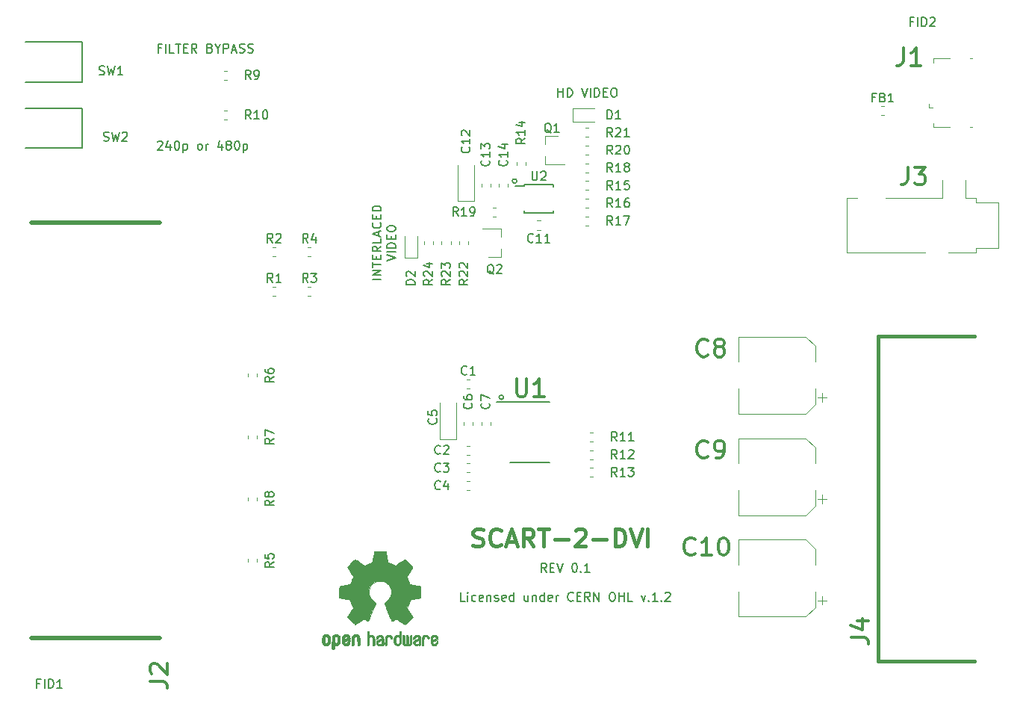
<source format=gbr>
G04 #@! TF.GenerationSoftware,KiCad,Pcbnew,(5.1.0)-1*
G04 #@! TF.CreationDate,2019-03-23T21:56:01-07:00*
G04 #@! TF.ProjectId,scart2dvi,73636172-7432-4647-9669-2e6b69636164,0.1*
G04 #@! TF.SameCoordinates,Original*
G04 #@! TF.FileFunction,Legend,Top*
G04 #@! TF.FilePolarity,Positive*
%FSLAX46Y46*%
G04 Gerber Fmt 4.6, Leading zero omitted, Abs format (unit mm)*
G04 Created by KiCad (PCBNEW (5.1.0)-1) date 2019-03-23 21:56:01*
%MOMM*%
%LPD*%
G04 APERTURE LIST*
%ADD10C,0.400000*%
%ADD11C,0.150000*%
%ADD12C,0.010000*%
%ADD13C,0.120000*%
%ADD14C,0.500000*%
%ADD15C,0.300000*%
G04 APERTURE END LIST*
D10*
X151047619Y-119309523D02*
X151333333Y-119404761D01*
X151809523Y-119404761D01*
X152000000Y-119309523D01*
X152095238Y-119214285D01*
X152190476Y-119023809D01*
X152190476Y-118833333D01*
X152095238Y-118642857D01*
X152000000Y-118547619D01*
X151809523Y-118452380D01*
X151428571Y-118357142D01*
X151238095Y-118261904D01*
X151142857Y-118166666D01*
X151047619Y-117976190D01*
X151047619Y-117785714D01*
X151142857Y-117595238D01*
X151238095Y-117500000D01*
X151428571Y-117404761D01*
X151904761Y-117404761D01*
X152190476Y-117500000D01*
X154190476Y-119214285D02*
X154095238Y-119309523D01*
X153809523Y-119404761D01*
X153619047Y-119404761D01*
X153333333Y-119309523D01*
X153142857Y-119119047D01*
X153047619Y-118928571D01*
X152952380Y-118547619D01*
X152952380Y-118261904D01*
X153047619Y-117880952D01*
X153142857Y-117690476D01*
X153333333Y-117500000D01*
X153619047Y-117404761D01*
X153809523Y-117404761D01*
X154095238Y-117500000D01*
X154190476Y-117595238D01*
X154952380Y-118833333D02*
X155904761Y-118833333D01*
X154761904Y-119404761D02*
X155428571Y-117404761D01*
X156095238Y-119404761D01*
X157904761Y-119404761D02*
X157238095Y-118452380D01*
X156761904Y-119404761D02*
X156761904Y-117404761D01*
X157523809Y-117404761D01*
X157714285Y-117500000D01*
X157809523Y-117595238D01*
X157904761Y-117785714D01*
X157904761Y-118071428D01*
X157809523Y-118261904D01*
X157714285Y-118357142D01*
X157523809Y-118452380D01*
X156761904Y-118452380D01*
X158476190Y-117404761D02*
X159619047Y-117404761D01*
X159047619Y-119404761D02*
X159047619Y-117404761D01*
X160285714Y-118642857D02*
X161809523Y-118642857D01*
X162666666Y-117595238D02*
X162761904Y-117500000D01*
X162952380Y-117404761D01*
X163428571Y-117404761D01*
X163619047Y-117500000D01*
X163714285Y-117595238D01*
X163809523Y-117785714D01*
X163809523Y-117976190D01*
X163714285Y-118261904D01*
X162571428Y-119404761D01*
X163809523Y-119404761D01*
X164666666Y-118642857D02*
X166190476Y-118642857D01*
X167142857Y-119404761D02*
X167142857Y-117404761D01*
X167619047Y-117404761D01*
X167904761Y-117500000D01*
X168095238Y-117690476D01*
X168190476Y-117880952D01*
X168285714Y-118261904D01*
X168285714Y-118547619D01*
X168190476Y-118928571D01*
X168095238Y-119119047D01*
X167904761Y-119309523D01*
X167619047Y-119404761D01*
X167142857Y-119404761D01*
X168857142Y-117404761D02*
X169523809Y-119404761D01*
X170190476Y-117404761D01*
X170857142Y-119404761D02*
X170857142Y-117404761D01*
D11*
X159357142Y-122302380D02*
X159023809Y-121826190D01*
X158785714Y-122302380D02*
X158785714Y-121302380D01*
X159166666Y-121302380D01*
X159261904Y-121350000D01*
X159309523Y-121397619D01*
X159357142Y-121492857D01*
X159357142Y-121635714D01*
X159309523Y-121730952D01*
X159261904Y-121778571D01*
X159166666Y-121826190D01*
X158785714Y-121826190D01*
X159785714Y-121778571D02*
X160119047Y-121778571D01*
X160261904Y-122302380D02*
X159785714Y-122302380D01*
X159785714Y-121302380D01*
X160261904Y-121302380D01*
X160547619Y-121302380D02*
X160880952Y-122302380D01*
X161214285Y-121302380D01*
X162500000Y-121302380D02*
X162595238Y-121302380D01*
X162690476Y-121350000D01*
X162738095Y-121397619D01*
X162785714Y-121492857D01*
X162833333Y-121683333D01*
X162833333Y-121921428D01*
X162785714Y-122111904D01*
X162738095Y-122207142D01*
X162690476Y-122254761D01*
X162595238Y-122302380D01*
X162500000Y-122302380D01*
X162404761Y-122254761D01*
X162357142Y-122207142D01*
X162309523Y-122111904D01*
X162261904Y-121921428D01*
X162261904Y-121683333D01*
X162309523Y-121492857D01*
X162357142Y-121397619D01*
X162404761Y-121350000D01*
X162500000Y-121302380D01*
X163261904Y-122207142D02*
X163309523Y-122254761D01*
X163261904Y-122302380D01*
X163214285Y-122254761D01*
X163261904Y-122207142D01*
X163261904Y-122302380D01*
X164261904Y-122302380D02*
X163690476Y-122302380D01*
X163976190Y-122302380D02*
X163976190Y-121302380D01*
X163880952Y-121445238D01*
X163785714Y-121540476D01*
X163690476Y-121588095D01*
X150119047Y-125602380D02*
X149642857Y-125602380D01*
X149642857Y-124602380D01*
X150452380Y-125602380D02*
X150452380Y-124935714D01*
X150452380Y-124602380D02*
X150404761Y-124650000D01*
X150452380Y-124697619D01*
X150500000Y-124650000D01*
X150452380Y-124602380D01*
X150452380Y-124697619D01*
X151357142Y-125554761D02*
X151261904Y-125602380D01*
X151071428Y-125602380D01*
X150976190Y-125554761D01*
X150928571Y-125507142D01*
X150880952Y-125411904D01*
X150880952Y-125126190D01*
X150928571Y-125030952D01*
X150976190Y-124983333D01*
X151071428Y-124935714D01*
X151261904Y-124935714D01*
X151357142Y-124983333D01*
X152166666Y-125554761D02*
X152071428Y-125602380D01*
X151880952Y-125602380D01*
X151785714Y-125554761D01*
X151738095Y-125459523D01*
X151738095Y-125078571D01*
X151785714Y-124983333D01*
X151880952Y-124935714D01*
X152071428Y-124935714D01*
X152166666Y-124983333D01*
X152214285Y-125078571D01*
X152214285Y-125173809D01*
X151738095Y-125269047D01*
X152642857Y-124935714D02*
X152642857Y-125602380D01*
X152642857Y-125030952D02*
X152690476Y-124983333D01*
X152785714Y-124935714D01*
X152928571Y-124935714D01*
X153023809Y-124983333D01*
X153071428Y-125078571D01*
X153071428Y-125602380D01*
X153500000Y-125554761D02*
X153595238Y-125602380D01*
X153785714Y-125602380D01*
X153880952Y-125554761D01*
X153928571Y-125459523D01*
X153928571Y-125411904D01*
X153880952Y-125316666D01*
X153785714Y-125269047D01*
X153642857Y-125269047D01*
X153547619Y-125221428D01*
X153500000Y-125126190D01*
X153500000Y-125078571D01*
X153547619Y-124983333D01*
X153642857Y-124935714D01*
X153785714Y-124935714D01*
X153880952Y-124983333D01*
X154738095Y-125554761D02*
X154642857Y-125602380D01*
X154452380Y-125602380D01*
X154357142Y-125554761D01*
X154309523Y-125459523D01*
X154309523Y-125078571D01*
X154357142Y-124983333D01*
X154452380Y-124935714D01*
X154642857Y-124935714D01*
X154738095Y-124983333D01*
X154785714Y-125078571D01*
X154785714Y-125173809D01*
X154309523Y-125269047D01*
X155642857Y-125602380D02*
X155642857Y-124602380D01*
X155642857Y-125554761D02*
X155547619Y-125602380D01*
X155357142Y-125602380D01*
X155261904Y-125554761D01*
X155214285Y-125507142D01*
X155166666Y-125411904D01*
X155166666Y-125126190D01*
X155214285Y-125030952D01*
X155261904Y-124983333D01*
X155357142Y-124935714D01*
X155547619Y-124935714D01*
X155642857Y-124983333D01*
X157309523Y-124935714D02*
X157309523Y-125602380D01*
X156880952Y-124935714D02*
X156880952Y-125459523D01*
X156928571Y-125554761D01*
X157023809Y-125602380D01*
X157166666Y-125602380D01*
X157261904Y-125554761D01*
X157309523Y-125507142D01*
X157785714Y-124935714D02*
X157785714Y-125602380D01*
X157785714Y-125030952D02*
X157833333Y-124983333D01*
X157928571Y-124935714D01*
X158071428Y-124935714D01*
X158166666Y-124983333D01*
X158214285Y-125078571D01*
X158214285Y-125602380D01*
X159119047Y-125602380D02*
X159119047Y-124602380D01*
X159119047Y-125554761D02*
X159023809Y-125602380D01*
X158833333Y-125602380D01*
X158738095Y-125554761D01*
X158690476Y-125507142D01*
X158642857Y-125411904D01*
X158642857Y-125126190D01*
X158690476Y-125030952D01*
X158738095Y-124983333D01*
X158833333Y-124935714D01*
X159023809Y-124935714D01*
X159119047Y-124983333D01*
X159976190Y-125554761D02*
X159880952Y-125602380D01*
X159690476Y-125602380D01*
X159595238Y-125554761D01*
X159547619Y-125459523D01*
X159547619Y-125078571D01*
X159595238Y-124983333D01*
X159690476Y-124935714D01*
X159880952Y-124935714D01*
X159976190Y-124983333D01*
X160023809Y-125078571D01*
X160023809Y-125173809D01*
X159547619Y-125269047D01*
X160452380Y-125602380D02*
X160452380Y-124935714D01*
X160452380Y-125126190D02*
X160500000Y-125030952D01*
X160547619Y-124983333D01*
X160642857Y-124935714D01*
X160738095Y-124935714D01*
X162404761Y-125507142D02*
X162357142Y-125554761D01*
X162214285Y-125602380D01*
X162119047Y-125602380D01*
X161976190Y-125554761D01*
X161880952Y-125459523D01*
X161833333Y-125364285D01*
X161785714Y-125173809D01*
X161785714Y-125030952D01*
X161833333Y-124840476D01*
X161880952Y-124745238D01*
X161976190Y-124650000D01*
X162119047Y-124602380D01*
X162214285Y-124602380D01*
X162357142Y-124650000D01*
X162404761Y-124697619D01*
X162833333Y-125078571D02*
X163166666Y-125078571D01*
X163309523Y-125602380D02*
X162833333Y-125602380D01*
X162833333Y-124602380D01*
X163309523Y-124602380D01*
X164309523Y-125602380D02*
X163976190Y-125126190D01*
X163738095Y-125602380D02*
X163738095Y-124602380D01*
X164119047Y-124602380D01*
X164214285Y-124650000D01*
X164261904Y-124697619D01*
X164309523Y-124792857D01*
X164309523Y-124935714D01*
X164261904Y-125030952D01*
X164214285Y-125078571D01*
X164119047Y-125126190D01*
X163738095Y-125126190D01*
X164738095Y-125602380D02*
X164738095Y-124602380D01*
X165309523Y-125602380D01*
X165309523Y-124602380D01*
X166738095Y-124602380D02*
X166928571Y-124602380D01*
X167023809Y-124650000D01*
X167119047Y-124745238D01*
X167166666Y-124935714D01*
X167166666Y-125269047D01*
X167119047Y-125459523D01*
X167023809Y-125554761D01*
X166928571Y-125602380D01*
X166738095Y-125602380D01*
X166642857Y-125554761D01*
X166547619Y-125459523D01*
X166500000Y-125269047D01*
X166500000Y-124935714D01*
X166547619Y-124745238D01*
X166642857Y-124650000D01*
X166738095Y-124602380D01*
X167595238Y-125602380D02*
X167595238Y-124602380D01*
X167595238Y-125078571D02*
X168166666Y-125078571D01*
X168166666Y-125602380D02*
X168166666Y-124602380D01*
X169119047Y-125602380D02*
X168642857Y-125602380D01*
X168642857Y-124602380D01*
X170119047Y-124935714D02*
X170357142Y-125602380D01*
X170595238Y-124935714D01*
X170976190Y-125507142D02*
X171023809Y-125554761D01*
X170976190Y-125602380D01*
X170928571Y-125554761D01*
X170976190Y-125507142D01*
X170976190Y-125602380D01*
X171976190Y-125602380D02*
X171404761Y-125602380D01*
X171690476Y-125602380D02*
X171690476Y-124602380D01*
X171595238Y-124745238D01*
X171500000Y-124840476D01*
X171404761Y-124888095D01*
X172404761Y-125507142D02*
X172452380Y-125554761D01*
X172404761Y-125602380D01*
X172357142Y-125554761D01*
X172404761Y-125507142D01*
X172404761Y-125602380D01*
X172833333Y-124697619D02*
X172880952Y-124650000D01*
X172976190Y-124602380D01*
X173214285Y-124602380D01*
X173309523Y-124650000D01*
X173357142Y-124697619D01*
X173404761Y-124792857D01*
X173404761Y-124888095D01*
X173357142Y-125030952D01*
X172785714Y-125602380D01*
X173404761Y-125602380D01*
X156000000Y-78000000D02*
G75*
G03X156000000Y-78000000I-250000J0D01*
G01*
X154500000Y-102500000D02*
G75*
G03X154500000Y-102500000I-250000J0D01*
G01*
X115287976Y-73547619D02*
X115335595Y-73500000D01*
X115430833Y-73452380D01*
X115668928Y-73452380D01*
X115764166Y-73500000D01*
X115811785Y-73547619D01*
X115859404Y-73642857D01*
X115859404Y-73738095D01*
X115811785Y-73880952D01*
X115240357Y-74452380D01*
X115859404Y-74452380D01*
X116716547Y-73785714D02*
X116716547Y-74452380D01*
X116478452Y-73404761D02*
X116240357Y-74119047D01*
X116859404Y-74119047D01*
X117430833Y-73452380D02*
X117526071Y-73452380D01*
X117621309Y-73500000D01*
X117668928Y-73547619D01*
X117716547Y-73642857D01*
X117764166Y-73833333D01*
X117764166Y-74071428D01*
X117716547Y-74261904D01*
X117668928Y-74357142D01*
X117621309Y-74404761D01*
X117526071Y-74452380D01*
X117430833Y-74452380D01*
X117335595Y-74404761D01*
X117287976Y-74357142D01*
X117240357Y-74261904D01*
X117192738Y-74071428D01*
X117192738Y-73833333D01*
X117240357Y-73642857D01*
X117287976Y-73547619D01*
X117335595Y-73500000D01*
X117430833Y-73452380D01*
X118192738Y-73785714D02*
X118192738Y-74785714D01*
X118192738Y-73833333D02*
X118287976Y-73785714D01*
X118478452Y-73785714D01*
X118573690Y-73833333D01*
X118621309Y-73880952D01*
X118668928Y-73976190D01*
X118668928Y-74261904D01*
X118621309Y-74357142D01*
X118573690Y-74404761D01*
X118478452Y-74452380D01*
X118287976Y-74452380D01*
X118192738Y-74404761D01*
X120002261Y-74452380D02*
X119907023Y-74404761D01*
X119859404Y-74357142D01*
X119811785Y-74261904D01*
X119811785Y-73976190D01*
X119859404Y-73880952D01*
X119907023Y-73833333D01*
X120002261Y-73785714D01*
X120145119Y-73785714D01*
X120240357Y-73833333D01*
X120287976Y-73880952D01*
X120335595Y-73976190D01*
X120335595Y-74261904D01*
X120287976Y-74357142D01*
X120240357Y-74404761D01*
X120145119Y-74452380D01*
X120002261Y-74452380D01*
X120764166Y-74452380D02*
X120764166Y-73785714D01*
X120764166Y-73976190D02*
X120811785Y-73880952D01*
X120859404Y-73833333D01*
X120954642Y-73785714D01*
X121049880Y-73785714D01*
X122573690Y-73785714D02*
X122573690Y-74452380D01*
X122335595Y-73404761D02*
X122097500Y-74119047D01*
X122716547Y-74119047D01*
X123240357Y-73880952D02*
X123145119Y-73833333D01*
X123097500Y-73785714D01*
X123049880Y-73690476D01*
X123049880Y-73642857D01*
X123097500Y-73547619D01*
X123145119Y-73500000D01*
X123240357Y-73452380D01*
X123430833Y-73452380D01*
X123526071Y-73500000D01*
X123573690Y-73547619D01*
X123621309Y-73642857D01*
X123621309Y-73690476D01*
X123573690Y-73785714D01*
X123526071Y-73833333D01*
X123430833Y-73880952D01*
X123240357Y-73880952D01*
X123145119Y-73928571D01*
X123097500Y-73976190D01*
X123049880Y-74071428D01*
X123049880Y-74261904D01*
X123097500Y-74357142D01*
X123145119Y-74404761D01*
X123240357Y-74452380D01*
X123430833Y-74452380D01*
X123526071Y-74404761D01*
X123573690Y-74357142D01*
X123621309Y-74261904D01*
X123621309Y-74071428D01*
X123573690Y-73976190D01*
X123526071Y-73928571D01*
X123430833Y-73880952D01*
X124240357Y-73452380D02*
X124335595Y-73452380D01*
X124430833Y-73500000D01*
X124478452Y-73547619D01*
X124526071Y-73642857D01*
X124573690Y-73833333D01*
X124573690Y-74071428D01*
X124526071Y-74261904D01*
X124478452Y-74357142D01*
X124430833Y-74404761D01*
X124335595Y-74452380D01*
X124240357Y-74452380D01*
X124145119Y-74404761D01*
X124097500Y-74357142D01*
X124049880Y-74261904D01*
X124002261Y-74071428D01*
X124002261Y-73833333D01*
X124049880Y-73642857D01*
X124097500Y-73547619D01*
X124145119Y-73500000D01*
X124240357Y-73452380D01*
X125002261Y-73785714D02*
X125002261Y-74785714D01*
X125002261Y-73833333D02*
X125097500Y-73785714D01*
X125287976Y-73785714D01*
X125383214Y-73833333D01*
X125430833Y-73880952D01*
X125478452Y-73976190D01*
X125478452Y-74261904D01*
X125430833Y-74357142D01*
X125383214Y-74404761D01*
X125287976Y-74452380D01*
X125097500Y-74452380D01*
X125002261Y-74404761D01*
X115668928Y-62928571D02*
X115335595Y-62928571D01*
X115335595Y-63452380D02*
X115335595Y-62452380D01*
X115811785Y-62452380D01*
X116192738Y-63452380D02*
X116192738Y-62452380D01*
X117145119Y-63452380D02*
X116668928Y-63452380D01*
X116668928Y-62452380D01*
X117335595Y-62452380D02*
X117907023Y-62452380D01*
X117621309Y-63452380D02*
X117621309Y-62452380D01*
X118240357Y-62928571D02*
X118573690Y-62928571D01*
X118716547Y-63452380D02*
X118240357Y-63452380D01*
X118240357Y-62452380D01*
X118716547Y-62452380D01*
X119716547Y-63452380D02*
X119383214Y-62976190D01*
X119145119Y-63452380D02*
X119145119Y-62452380D01*
X119526071Y-62452380D01*
X119621309Y-62500000D01*
X119668928Y-62547619D01*
X119716547Y-62642857D01*
X119716547Y-62785714D01*
X119668928Y-62880952D01*
X119621309Y-62928571D01*
X119526071Y-62976190D01*
X119145119Y-62976190D01*
X121240357Y-62928571D02*
X121383214Y-62976190D01*
X121430833Y-63023809D01*
X121478452Y-63119047D01*
X121478452Y-63261904D01*
X121430833Y-63357142D01*
X121383214Y-63404761D01*
X121287976Y-63452380D01*
X120907023Y-63452380D01*
X120907023Y-62452380D01*
X121240357Y-62452380D01*
X121335595Y-62500000D01*
X121383214Y-62547619D01*
X121430833Y-62642857D01*
X121430833Y-62738095D01*
X121383214Y-62833333D01*
X121335595Y-62880952D01*
X121240357Y-62928571D01*
X120907023Y-62928571D01*
X122097500Y-62976190D02*
X122097500Y-63452380D01*
X121764166Y-62452380D02*
X122097500Y-62976190D01*
X122430833Y-62452380D01*
X122764166Y-63452380D02*
X122764166Y-62452380D01*
X123145119Y-62452380D01*
X123240357Y-62500000D01*
X123287976Y-62547619D01*
X123335595Y-62642857D01*
X123335595Y-62785714D01*
X123287976Y-62880952D01*
X123240357Y-62928571D01*
X123145119Y-62976190D01*
X122764166Y-62976190D01*
X123716547Y-63166666D02*
X124192738Y-63166666D01*
X123621309Y-63452380D02*
X123954642Y-62452380D01*
X124287976Y-63452380D01*
X124573690Y-63404761D02*
X124716547Y-63452380D01*
X124954642Y-63452380D01*
X125049880Y-63404761D01*
X125097500Y-63357142D01*
X125145119Y-63261904D01*
X125145119Y-63166666D01*
X125097500Y-63071428D01*
X125049880Y-63023809D01*
X124954642Y-62976190D01*
X124764166Y-62928571D01*
X124668928Y-62880952D01*
X124621309Y-62833333D01*
X124573690Y-62738095D01*
X124573690Y-62642857D01*
X124621309Y-62547619D01*
X124668928Y-62500000D01*
X124764166Y-62452380D01*
X125002261Y-62452380D01*
X125145119Y-62500000D01*
X125526071Y-63404761D02*
X125668928Y-63452380D01*
X125907023Y-63452380D01*
X126002261Y-63404761D01*
X126049880Y-63357142D01*
X126097500Y-63261904D01*
X126097500Y-63166666D01*
X126049880Y-63071428D01*
X126002261Y-63023809D01*
X125907023Y-62976190D01*
X125716547Y-62928571D01*
X125621309Y-62880952D01*
X125573690Y-62833333D01*
X125526071Y-62738095D01*
X125526071Y-62642857D01*
X125573690Y-62547619D01*
X125621309Y-62500000D01*
X125716547Y-62452380D01*
X125954642Y-62452380D01*
X126097500Y-62500000D01*
X160690476Y-68452380D02*
X160690476Y-67452380D01*
X160690476Y-67928571D02*
X161261904Y-67928571D01*
X161261904Y-68452380D02*
X161261904Y-67452380D01*
X161738095Y-68452380D02*
X161738095Y-67452380D01*
X161976190Y-67452380D01*
X162119047Y-67500000D01*
X162214285Y-67595238D01*
X162261904Y-67690476D01*
X162309523Y-67880952D01*
X162309523Y-68023809D01*
X162261904Y-68214285D01*
X162214285Y-68309523D01*
X162119047Y-68404761D01*
X161976190Y-68452380D01*
X161738095Y-68452380D01*
X163357142Y-67452380D02*
X163690476Y-68452380D01*
X164023809Y-67452380D01*
X164357142Y-68452380D02*
X164357142Y-67452380D01*
X164833333Y-68452380D02*
X164833333Y-67452380D01*
X165071428Y-67452380D01*
X165214285Y-67500000D01*
X165309523Y-67595238D01*
X165357142Y-67690476D01*
X165404761Y-67880952D01*
X165404761Y-68023809D01*
X165357142Y-68214285D01*
X165309523Y-68309523D01*
X165214285Y-68404761D01*
X165071428Y-68452380D01*
X164833333Y-68452380D01*
X165833333Y-67928571D02*
X166166666Y-67928571D01*
X166309523Y-68452380D02*
X165833333Y-68452380D01*
X165833333Y-67452380D01*
X166309523Y-67452380D01*
X166928571Y-67452380D02*
X167119047Y-67452380D01*
X167214285Y-67500000D01*
X167309523Y-67595238D01*
X167357142Y-67785714D01*
X167357142Y-68119047D01*
X167309523Y-68309523D01*
X167214285Y-68404761D01*
X167119047Y-68452380D01*
X166928571Y-68452380D01*
X166833333Y-68404761D01*
X166738095Y-68309523D01*
X166690476Y-68119047D01*
X166690476Y-67785714D01*
X166738095Y-67595238D01*
X166833333Y-67500000D01*
X166928571Y-67452380D01*
X140627380Y-89142857D02*
X139627380Y-89142857D01*
X140627380Y-88666666D02*
X139627380Y-88666666D01*
X140627380Y-88095238D01*
X139627380Y-88095238D01*
X139627380Y-87761904D02*
X139627380Y-87190476D01*
X140627380Y-87476190D02*
X139627380Y-87476190D01*
X140103571Y-86857142D02*
X140103571Y-86523809D01*
X140627380Y-86380952D02*
X140627380Y-86857142D01*
X139627380Y-86857142D01*
X139627380Y-86380952D01*
X140627380Y-85380952D02*
X140151190Y-85714285D01*
X140627380Y-85952380D02*
X139627380Y-85952380D01*
X139627380Y-85571428D01*
X139675000Y-85476190D01*
X139722619Y-85428571D01*
X139817857Y-85380952D01*
X139960714Y-85380952D01*
X140055952Y-85428571D01*
X140103571Y-85476190D01*
X140151190Y-85571428D01*
X140151190Y-85952380D01*
X140627380Y-84476190D02*
X140627380Y-84952380D01*
X139627380Y-84952380D01*
X140341666Y-84190476D02*
X140341666Y-83714285D01*
X140627380Y-84285714D02*
X139627380Y-83952380D01*
X140627380Y-83619047D01*
X140532142Y-82714285D02*
X140579761Y-82761904D01*
X140627380Y-82904761D01*
X140627380Y-83000000D01*
X140579761Y-83142857D01*
X140484523Y-83238095D01*
X140389285Y-83285714D01*
X140198809Y-83333333D01*
X140055952Y-83333333D01*
X139865476Y-83285714D01*
X139770238Y-83238095D01*
X139675000Y-83142857D01*
X139627380Y-83000000D01*
X139627380Y-82904761D01*
X139675000Y-82761904D01*
X139722619Y-82714285D01*
X140103571Y-82285714D02*
X140103571Y-81952380D01*
X140627380Y-81809523D02*
X140627380Y-82285714D01*
X139627380Y-82285714D01*
X139627380Y-81809523D01*
X140627380Y-81380952D02*
X139627380Y-81380952D01*
X139627380Y-81142857D01*
X139675000Y-81000000D01*
X139770238Y-80904761D01*
X139865476Y-80857142D01*
X140055952Y-80809523D01*
X140198809Y-80809523D01*
X140389285Y-80857142D01*
X140484523Y-80904761D01*
X140579761Y-81000000D01*
X140627380Y-81142857D01*
X140627380Y-81380952D01*
X141277380Y-87047619D02*
X142277380Y-86714285D01*
X141277380Y-86380952D01*
X142277380Y-86047619D02*
X141277380Y-86047619D01*
X142277380Y-85571428D02*
X141277380Y-85571428D01*
X141277380Y-85333333D01*
X141325000Y-85190476D01*
X141420238Y-85095238D01*
X141515476Y-85047619D01*
X141705952Y-85000000D01*
X141848809Y-85000000D01*
X142039285Y-85047619D01*
X142134523Y-85095238D01*
X142229761Y-85190476D01*
X142277380Y-85333333D01*
X142277380Y-85571428D01*
X141753571Y-84571428D02*
X141753571Y-84238095D01*
X142277380Y-84095238D02*
X142277380Y-84571428D01*
X141277380Y-84571428D01*
X141277380Y-84095238D01*
X141277380Y-83476190D02*
X141277380Y-83285714D01*
X141325000Y-83190476D01*
X141420238Y-83095238D01*
X141610714Y-83047619D01*
X141944047Y-83047619D01*
X142134523Y-83095238D01*
X142229761Y-83190476D01*
X142277380Y-83285714D01*
X142277380Y-83476190D01*
X142229761Y-83571428D01*
X142134523Y-83666666D01*
X141944047Y-83714285D01*
X141610714Y-83714285D01*
X141420238Y-83666666D01*
X141325000Y-83571428D01*
X141277380Y-83476190D01*
D12*
G36*
X140709014Y-119952998D02*
G01*
X140867006Y-119953863D01*
X140981347Y-119956205D01*
X141059407Y-119960762D01*
X141108554Y-119968270D01*
X141136159Y-119979466D01*
X141149592Y-119995088D01*
X141156221Y-120015873D01*
X141156865Y-120018563D01*
X141166935Y-120067113D01*
X141185575Y-120162905D01*
X141210845Y-120295743D01*
X141240807Y-120455431D01*
X141273522Y-120631774D01*
X141274664Y-120637967D01*
X141307433Y-120810782D01*
X141338093Y-120963469D01*
X141364664Y-121086871D01*
X141385167Y-121171831D01*
X141397626Y-121209190D01*
X141398220Y-121209852D01*
X141434919Y-121228095D01*
X141510586Y-121258497D01*
X141608878Y-121294493D01*
X141609425Y-121294685D01*
X141733233Y-121341222D01*
X141879196Y-121400504D01*
X142016781Y-121460109D01*
X142023293Y-121463056D01*
X142247390Y-121564765D01*
X142743619Y-121225897D01*
X142895846Y-121122592D01*
X143033741Y-121030237D01*
X143149315Y-120954084D01*
X143234579Y-120899385D01*
X143281544Y-120871393D01*
X143286004Y-120869317D01*
X143320134Y-120878560D01*
X143383881Y-120923156D01*
X143479731Y-121005209D01*
X143610169Y-121126821D01*
X143743328Y-121256205D01*
X143871694Y-121383702D01*
X143986581Y-121500046D01*
X144081073Y-121598052D01*
X144148253Y-121670536D01*
X144181206Y-121710313D01*
X144182432Y-121712361D01*
X144186074Y-121739656D01*
X144172350Y-121784234D01*
X144137869Y-121852112D01*
X144079239Y-121949311D01*
X143993070Y-122081851D01*
X143878200Y-122252476D01*
X143776254Y-122402655D01*
X143685123Y-122537350D01*
X143610073Y-122648740D01*
X143556369Y-122729005D01*
X143529280Y-122770325D01*
X143527574Y-122773130D01*
X143530882Y-122812721D01*
X143555953Y-122889669D01*
X143597798Y-122989432D01*
X143612712Y-123021291D01*
X143677786Y-123163226D01*
X143747212Y-123324273D01*
X143803609Y-123463621D01*
X143844247Y-123567044D01*
X143876526Y-123645642D01*
X143895178Y-123686720D01*
X143897497Y-123689885D01*
X143931803Y-123695128D01*
X144012669Y-123709494D01*
X144129343Y-123730937D01*
X144271075Y-123757413D01*
X144427110Y-123786877D01*
X144586698Y-123817283D01*
X144739085Y-123846588D01*
X144873521Y-123872745D01*
X144979252Y-123893710D01*
X145045526Y-123907439D01*
X145061782Y-123911320D01*
X145078573Y-123920900D01*
X145091249Y-123942536D01*
X145100378Y-123983531D01*
X145106531Y-124051189D01*
X145110280Y-124152812D01*
X145112192Y-124295703D01*
X145112840Y-124487165D01*
X145112874Y-124565645D01*
X145112874Y-125203906D01*
X144959598Y-125234160D01*
X144874322Y-125250564D01*
X144747070Y-125274509D01*
X144593315Y-125303107D01*
X144428534Y-125333467D01*
X144382989Y-125341806D01*
X144230932Y-125371370D01*
X144098468Y-125400442D01*
X143996714Y-125426329D01*
X143936788Y-125446337D01*
X143926805Y-125452301D01*
X143902293Y-125494534D01*
X143867148Y-125576370D01*
X143828173Y-125681683D01*
X143820442Y-125704368D01*
X143769360Y-125845018D01*
X143705954Y-126003714D01*
X143643904Y-126146225D01*
X143643598Y-126146886D01*
X143540267Y-126370440D01*
X144219961Y-127370232D01*
X143783621Y-127807300D01*
X143651649Y-127937381D01*
X143531279Y-128052048D01*
X143429273Y-128145181D01*
X143352391Y-128210658D01*
X143307393Y-128242357D01*
X143300938Y-128244368D01*
X143263040Y-128228529D01*
X143185708Y-128184496D01*
X143077389Y-128117490D01*
X142946532Y-128032734D01*
X142805052Y-127937816D01*
X142661461Y-127840998D01*
X142533435Y-127756751D01*
X142429105Y-127690258D01*
X142356600Y-127646702D01*
X142324158Y-127631264D01*
X142284576Y-127644328D01*
X142209519Y-127678750D01*
X142114468Y-127727380D01*
X142104392Y-127732785D01*
X141976391Y-127796980D01*
X141888618Y-127828463D01*
X141834028Y-127828798D01*
X141805575Y-127799548D01*
X141805410Y-127799138D01*
X141791188Y-127764498D01*
X141757269Y-127682269D01*
X141706284Y-127558814D01*
X141640862Y-127400498D01*
X141563634Y-127213686D01*
X141477229Y-127004742D01*
X141393551Y-126802446D01*
X141301588Y-126579200D01*
X141217150Y-126372392D01*
X141142769Y-126188362D01*
X141080974Y-126033451D01*
X141034297Y-125913996D01*
X141005268Y-125836339D01*
X140996322Y-125807356D01*
X141018756Y-125774110D01*
X141077439Y-125721123D01*
X141155689Y-125662704D01*
X141378534Y-125477952D01*
X141552718Y-125266182D01*
X141676154Y-125031856D01*
X141746754Y-124779434D01*
X141762431Y-124513377D01*
X141751036Y-124390575D01*
X141688950Y-124135793D01*
X141582023Y-123910801D01*
X141436889Y-123717817D01*
X141260178Y-123559061D01*
X141058522Y-123436750D01*
X140838554Y-123353105D01*
X140606906Y-123310344D01*
X140370209Y-123310687D01*
X140135095Y-123356352D01*
X139908196Y-123449559D01*
X139696144Y-123592527D01*
X139607636Y-123673383D01*
X139437889Y-123881007D01*
X139319699Y-124107895D01*
X139252278Y-124347433D01*
X139234840Y-124593007D01*
X139266598Y-124838003D01*
X139346765Y-125075808D01*
X139474555Y-125299807D01*
X139649180Y-125503387D01*
X139844312Y-125662704D01*
X139925591Y-125723602D01*
X139983009Y-125776015D01*
X140003678Y-125807406D01*
X139992856Y-125841639D01*
X139962077Y-125923419D01*
X139913874Y-126046407D01*
X139850778Y-126204263D01*
X139775322Y-126390649D01*
X139690038Y-126599226D01*
X139606219Y-126802496D01*
X139513745Y-127025933D01*
X139428089Y-127232984D01*
X139351882Y-127417286D01*
X139287753Y-127572475D01*
X139238332Y-127692188D01*
X139206248Y-127770061D01*
X139194359Y-127799138D01*
X139166274Y-127828677D01*
X139111949Y-127828591D01*
X139024395Y-127797326D01*
X138896619Y-127733329D01*
X138895608Y-127732785D01*
X138799402Y-127683121D01*
X138721631Y-127646945D01*
X138677777Y-127631408D01*
X138675842Y-127631264D01*
X138642829Y-127647024D01*
X138569946Y-127690850D01*
X138465322Y-127757557D01*
X138337090Y-127841964D01*
X138194948Y-127937816D01*
X138050233Y-128034867D01*
X137919804Y-128119270D01*
X137812110Y-128185801D01*
X137735598Y-128229238D01*
X137699062Y-128244368D01*
X137665418Y-128224482D01*
X137597776Y-128168903D01*
X137502893Y-128083754D01*
X137387530Y-127975153D01*
X137258445Y-127849221D01*
X137216229Y-127807149D01*
X136779739Y-127369931D01*
X137111977Y-126882340D01*
X137212946Y-126732605D01*
X137301562Y-126598220D01*
X137372854Y-126486969D01*
X137421850Y-126406639D01*
X137443578Y-126365014D01*
X137444215Y-126362053D01*
X137432760Y-126322818D01*
X137401949Y-126243895D01*
X137357116Y-126138509D01*
X137325647Y-126067954D01*
X137266808Y-125932876D01*
X137211396Y-125796409D01*
X137168436Y-125681103D01*
X137156766Y-125645977D01*
X137123611Y-125552174D01*
X137091201Y-125479694D01*
X137073399Y-125452301D01*
X137034114Y-125435536D01*
X136948374Y-125411770D01*
X136827303Y-125383697D01*
X136682027Y-125354009D01*
X136617012Y-125341806D01*
X136451913Y-125311468D01*
X136293552Y-125282093D01*
X136157404Y-125256569D01*
X136058943Y-125237785D01*
X136040402Y-125234160D01*
X135887127Y-125203906D01*
X135887127Y-124565645D01*
X135887471Y-124355770D01*
X135888884Y-124196980D01*
X135891936Y-124081973D01*
X135897197Y-124003446D01*
X135905237Y-123954096D01*
X135916627Y-123926619D01*
X135931937Y-123913713D01*
X135938218Y-123911320D01*
X135976104Y-123902833D01*
X136059805Y-123885900D01*
X136178567Y-123862566D01*
X136321639Y-123834875D01*
X136478268Y-123804873D01*
X136637703Y-123774604D01*
X136789191Y-123746115D01*
X136921981Y-123721449D01*
X137025319Y-123702651D01*
X137088455Y-123691767D01*
X137102503Y-123689885D01*
X137115230Y-123664704D01*
X137143400Y-123597622D01*
X137181748Y-123501333D01*
X137196391Y-123463621D01*
X137255452Y-123317921D01*
X137325000Y-123156951D01*
X137387288Y-123021291D01*
X137433121Y-122917561D01*
X137463613Y-122832326D01*
X137473792Y-122780126D01*
X137472169Y-122773130D01*
X137450657Y-122740102D01*
X137401535Y-122666643D01*
X137330077Y-122560577D01*
X137241555Y-122429726D01*
X137141241Y-122281912D01*
X137121406Y-122252734D01*
X137005012Y-122079863D01*
X136919452Y-121948226D01*
X136861316Y-121851761D01*
X136827192Y-121784408D01*
X136813669Y-121740106D01*
X136817336Y-121712794D01*
X136817430Y-121712620D01*
X136846293Y-121676746D01*
X136910133Y-121607391D01*
X137002031Y-121511745D01*
X137115067Y-121396999D01*
X137242321Y-121270341D01*
X137256672Y-121256205D01*
X137417043Y-121100903D01*
X137540805Y-120986870D01*
X137630445Y-120912002D01*
X137688448Y-120874196D01*
X137713996Y-120869317D01*
X137751282Y-120890603D01*
X137828657Y-120939773D01*
X137938133Y-121011575D01*
X138071720Y-121100755D01*
X138221430Y-121202063D01*
X138256382Y-121225897D01*
X138752610Y-121564765D01*
X138976707Y-121463056D01*
X139112989Y-121403783D01*
X139259276Y-121344170D01*
X139385035Y-121296640D01*
X139390575Y-121294685D01*
X139488943Y-121258677D01*
X139564771Y-121228229D01*
X139601718Y-121209905D01*
X139601780Y-121209852D01*
X139613504Y-121176729D01*
X139633432Y-121095267D01*
X139659587Y-120974625D01*
X139689990Y-120823959D01*
X139722663Y-120652428D01*
X139725336Y-120637967D01*
X139758110Y-120461235D01*
X139788198Y-120300810D01*
X139813661Y-120166888D01*
X139832559Y-120069663D01*
X139842953Y-120019332D01*
X139843135Y-120018563D01*
X139849461Y-119997153D01*
X139861761Y-119980988D01*
X139887406Y-119969331D01*
X139933765Y-119961445D01*
X140008208Y-119956593D01*
X140118105Y-119954039D01*
X140270825Y-119953045D01*
X140473738Y-119952874D01*
X140500000Y-119952874D01*
X140709014Y-119952998D01*
X140709014Y-119952998D01*
G37*
X140709014Y-119952998D02*
X140867006Y-119953863D01*
X140981347Y-119956205D01*
X141059407Y-119960762D01*
X141108554Y-119968270D01*
X141136159Y-119979466D01*
X141149592Y-119995088D01*
X141156221Y-120015873D01*
X141156865Y-120018563D01*
X141166935Y-120067113D01*
X141185575Y-120162905D01*
X141210845Y-120295743D01*
X141240807Y-120455431D01*
X141273522Y-120631774D01*
X141274664Y-120637967D01*
X141307433Y-120810782D01*
X141338093Y-120963469D01*
X141364664Y-121086871D01*
X141385167Y-121171831D01*
X141397626Y-121209190D01*
X141398220Y-121209852D01*
X141434919Y-121228095D01*
X141510586Y-121258497D01*
X141608878Y-121294493D01*
X141609425Y-121294685D01*
X141733233Y-121341222D01*
X141879196Y-121400504D01*
X142016781Y-121460109D01*
X142023293Y-121463056D01*
X142247390Y-121564765D01*
X142743619Y-121225897D01*
X142895846Y-121122592D01*
X143033741Y-121030237D01*
X143149315Y-120954084D01*
X143234579Y-120899385D01*
X143281544Y-120871393D01*
X143286004Y-120869317D01*
X143320134Y-120878560D01*
X143383881Y-120923156D01*
X143479731Y-121005209D01*
X143610169Y-121126821D01*
X143743328Y-121256205D01*
X143871694Y-121383702D01*
X143986581Y-121500046D01*
X144081073Y-121598052D01*
X144148253Y-121670536D01*
X144181206Y-121710313D01*
X144182432Y-121712361D01*
X144186074Y-121739656D01*
X144172350Y-121784234D01*
X144137869Y-121852112D01*
X144079239Y-121949311D01*
X143993070Y-122081851D01*
X143878200Y-122252476D01*
X143776254Y-122402655D01*
X143685123Y-122537350D01*
X143610073Y-122648740D01*
X143556369Y-122729005D01*
X143529280Y-122770325D01*
X143527574Y-122773130D01*
X143530882Y-122812721D01*
X143555953Y-122889669D01*
X143597798Y-122989432D01*
X143612712Y-123021291D01*
X143677786Y-123163226D01*
X143747212Y-123324273D01*
X143803609Y-123463621D01*
X143844247Y-123567044D01*
X143876526Y-123645642D01*
X143895178Y-123686720D01*
X143897497Y-123689885D01*
X143931803Y-123695128D01*
X144012669Y-123709494D01*
X144129343Y-123730937D01*
X144271075Y-123757413D01*
X144427110Y-123786877D01*
X144586698Y-123817283D01*
X144739085Y-123846588D01*
X144873521Y-123872745D01*
X144979252Y-123893710D01*
X145045526Y-123907439D01*
X145061782Y-123911320D01*
X145078573Y-123920900D01*
X145091249Y-123942536D01*
X145100378Y-123983531D01*
X145106531Y-124051189D01*
X145110280Y-124152812D01*
X145112192Y-124295703D01*
X145112840Y-124487165D01*
X145112874Y-124565645D01*
X145112874Y-125203906D01*
X144959598Y-125234160D01*
X144874322Y-125250564D01*
X144747070Y-125274509D01*
X144593315Y-125303107D01*
X144428534Y-125333467D01*
X144382989Y-125341806D01*
X144230932Y-125371370D01*
X144098468Y-125400442D01*
X143996714Y-125426329D01*
X143936788Y-125446337D01*
X143926805Y-125452301D01*
X143902293Y-125494534D01*
X143867148Y-125576370D01*
X143828173Y-125681683D01*
X143820442Y-125704368D01*
X143769360Y-125845018D01*
X143705954Y-126003714D01*
X143643904Y-126146225D01*
X143643598Y-126146886D01*
X143540267Y-126370440D01*
X144219961Y-127370232D01*
X143783621Y-127807300D01*
X143651649Y-127937381D01*
X143531279Y-128052048D01*
X143429273Y-128145181D01*
X143352391Y-128210658D01*
X143307393Y-128242357D01*
X143300938Y-128244368D01*
X143263040Y-128228529D01*
X143185708Y-128184496D01*
X143077389Y-128117490D01*
X142946532Y-128032734D01*
X142805052Y-127937816D01*
X142661461Y-127840998D01*
X142533435Y-127756751D01*
X142429105Y-127690258D01*
X142356600Y-127646702D01*
X142324158Y-127631264D01*
X142284576Y-127644328D01*
X142209519Y-127678750D01*
X142114468Y-127727380D01*
X142104392Y-127732785D01*
X141976391Y-127796980D01*
X141888618Y-127828463D01*
X141834028Y-127828798D01*
X141805575Y-127799548D01*
X141805410Y-127799138D01*
X141791188Y-127764498D01*
X141757269Y-127682269D01*
X141706284Y-127558814D01*
X141640862Y-127400498D01*
X141563634Y-127213686D01*
X141477229Y-127004742D01*
X141393551Y-126802446D01*
X141301588Y-126579200D01*
X141217150Y-126372392D01*
X141142769Y-126188362D01*
X141080974Y-126033451D01*
X141034297Y-125913996D01*
X141005268Y-125836339D01*
X140996322Y-125807356D01*
X141018756Y-125774110D01*
X141077439Y-125721123D01*
X141155689Y-125662704D01*
X141378534Y-125477952D01*
X141552718Y-125266182D01*
X141676154Y-125031856D01*
X141746754Y-124779434D01*
X141762431Y-124513377D01*
X141751036Y-124390575D01*
X141688950Y-124135793D01*
X141582023Y-123910801D01*
X141436889Y-123717817D01*
X141260178Y-123559061D01*
X141058522Y-123436750D01*
X140838554Y-123353105D01*
X140606906Y-123310344D01*
X140370209Y-123310687D01*
X140135095Y-123356352D01*
X139908196Y-123449559D01*
X139696144Y-123592527D01*
X139607636Y-123673383D01*
X139437889Y-123881007D01*
X139319699Y-124107895D01*
X139252278Y-124347433D01*
X139234840Y-124593007D01*
X139266598Y-124838003D01*
X139346765Y-125075808D01*
X139474555Y-125299807D01*
X139649180Y-125503387D01*
X139844312Y-125662704D01*
X139925591Y-125723602D01*
X139983009Y-125776015D01*
X140003678Y-125807406D01*
X139992856Y-125841639D01*
X139962077Y-125923419D01*
X139913874Y-126046407D01*
X139850778Y-126204263D01*
X139775322Y-126390649D01*
X139690038Y-126599226D01*
X139606219Y-126802496D01*
X139513745Y-127025933D01*
X139428089Y-127232984D01*
X139351882Y-127417286D01*
X139287753Y-127572475D01*
X139238332Y-127692188D01*
X139206248Y-127770061D01*
X139194359Y-127799138D01*
X139166274Y-127828677D01*
X139111949Y-127828591D01*
X139024395Y-127797326D01*
X138896619Y-127733329D01*
X138895608Y-127732785D01*
X138799402Y-127683121D01*
X138721631Y-127646945D01*
X138677777Y-127631408D01*
X138675842Y-127631264D01*
X138642829Y-127647024D01*
X138569946Y-127690850D01*
X138465322Y-127757557D01*
X138337090Y-127841964D01*
X138194948Y-127937816D01*
X138050233Y-128034867D01*
X137919804Y-128119270D01*
X137812110Y-128185801D01*
X137735598Y-128229238D01*
X137699062Y-128244368D01*
X137665418Y-128224482D01*
X137597776Y-128168903D01*
X137502893Y-128083754D01*
X137387530Y-127975153D01*
X137258445Y-127849221D01*
X137216229Y-127807149D01*
X136779739Y-127369931D01*
X137111977Y-126882340D01*
X137212946Y-126732605D01*
X137301562Y-126598220D01*
X137372854Y-126486969D01*
X137421850Y-126406639D01*
X137443578Y-126365014D01*
X137444215Y-126362053D01*
X137432760Y-126322818D01*
X137401949Y-126243895D01*
X137357116Y-126138509D01*
X137325647Y-126067954D01*
X137266808Y-125932876D01*
X137211396Y-125796409D01*
X137168436Y-125681103D01*
X137156766Y-125645977D01*
X137123611Y-125552174D01*
X137091201Y-125479694D01*
X137073399Y-125452301D01*
X137034114Y-125435536D01*
X136948374Y-125411770D01*
X136827303Y-125383697D01*
X136682027Y-125354009D01*
X136617012Y-125341806D01*
X136451913Y-125311468D01*
X136293552Y-125282093D01*
X136157404Y-125256569D01*
X136058943Y-125237785D01*
X136040402Y-125234160D01*
X135887127Y-125203906D01*
X135887127Y-124565645D01*
X135887471Y-124355770D01*
X135888884Y-124196980D01*
X135891936Y-124081973D01*
X135897197Y-124003446D01*
X135905237Y-123954096D01*
X135916627Y-123926619D01*
X135931937Y-123913713D01*
X135938218Y-123911320D01*
X135976104Y-123902833D01*
X136059805Y-123885900D01*
X136178567Y-123862566D01*
X136321639Y-123834875D01*
X136478268Y-123804873D01*
X136637703Y-123774604D01*
X136789191Y-123746115D01*
X136921981Y-123721449D01*
X137025319Y-123702651D01*
X137088455Y-123691767D01*
X137102503Y-123689885D01*
X137115230Y-123664704D01*
X137143400Y-123597622D01*
X137181748Y-123501333D01*
X137196391Y-123463621D01*
X137255452Y-123317921D01*
X137325000Y-123156951D01*
X137387288Y-123021291D01*
X137433121Y-122917561D01*
X137463613Y-122832326D01*
X137473792Y-122780126D01*
X137472169Y-122773130D01*
X137450657Y-122740102D01*
X137401535Y-122666643D01*
X137330077Y-122560577D01*
X137241555Y-122429726D01*
X137141241Y-122281912D01*
X137121406Y-122252734D01*
X137005012Y-122079863D01*
X136919452Y-121948226D01*
X136861316Y-121851761D01*
X136827192Y-121784408D01*
X136813669Y-121740106D01*
X136817336Y-121712794D01*
X136817430Y-121712620D01*
X136846293Y-121676746D01*
X136910133Y-121607391D01*
X137002031Y-121511745D01*
X137115067Y-121396999D01*
X137242321Y-121270341D01*
X137256672Y-121256205D01*
X137417043Y-121100903D01*
X137540805Y-120986870D01*
X137630445Y-120912002D01*
X137688448Y-120874196D01*
X137713996Y-120869317D01*
X137751282Y-120890603D01*
X137828657Y-120939773D01*
X137938133Y-121011575D01*
X138071720Y-121100755D01*
X138221430Y-121202063D01*
X138256382Y-121225897D01*
X138752610Y-121564765D01*
X138976707Y-121463056D01*
X139112989Y-121403783D01*
X139259276Y-121344170D01*
X139385035Y-121296640D01*
X139390575Y-121294685D01*
X139488943Y-121258677D01*
X139564771Y-121228229D01*
X139601718Y-121209905D01*
X139601780Y-121209852D01*
X139613504Y-121176729D01*
X139633432Y-121095267D01*
X139659587Y-120974625D01*
X139689990Y-120823959D01*
X139722663Y-120652428D01*
X139725336Y-120637967D01*
X139758110Y-120461235D01*
X139788198Y-120300810D01*
X139813661Y-120166888D01*
X139832559Y-120069663D01*
X139842953Y-120019332D01*
X139843135Y-120018563D01*
X139849461Y-119997153D01*
X139861761Y-119980988D01*
X139887406Y-119969331D01*
X139933765Y-119961445D01*
X140008208Y-119956593D01*
X140118105Y-119954039D01*
X140270825Y-119953045D01*
X140473738Y-119952874D01*
X140500000Y-119952874D01*
X140709014Y-119952998D01*
G36*
X146843439Y-129456540D02*
G01*
X146958950Y-129532034D01*
X147014664Y-129599617D01*
X147058804Y-129722255D01*
X147062309Y-129819298D01*
X147054368Y-129949056D01*
X146755115Y-130080039D01*
X146609611Y-130146958D01*
X146514537Y-130200790D01*
X146465101Y-130247416D01*
X146456511Y-130292720D01*
X146483972Y-130342582D01*
X146514253Y-130375632D01*
X146602363Y-130428633D01*
X146698196Y-130432347D01*
X146786212Y-130391041D01*
X146850869Y-130308983D01*
X146862433Y-130280008D01*
X146917825Y-130189509D01*
X146981553Y-130150940D01*
X147068966Y-130117946D01*
X147068966Y-130243034D01*
X147061238Y-130328156D01*
X147030966Y-130399938D01*
X146967518Y-130482356D01*
X146958088Y-130493066D01*
X146887513Y-130566391D01*
X146826847Y-130605742D01*
X146750950Y-130623845D01*
X146688030Y-130629774D01*
X146575487Y-130631251D01*
X146495370Y-130612535D01*
X146445390Y-130584747D01*
X146366838Y-130523641D01*
X146312463Y-130457554D01*
X146278052Y-130374441D01*
X146259388Y-130262254D01*
X146252256Y-130108946D01*
X146251687Y-130031136D01*
X146253622Y-129937853D01*
X146429899Y-129937853D01*
X146431944Y-129987896D01*
X146437039Y-129996092D01*
X146470666Y-129984958D01*
X146543030Y-129955493D01*
X146639747Y-129913601D01*
X146659973Y-129904597D01*
X146782203Y-129842442D01*
X146849547Y-129787815D01*
X146864348Y-129736649D01*
X146828947Y-129684876D01*
X146799711Y-129662000D01*
X146694216Y-129616250D01*
X146595476Y-129623808D01*
X146512812Y-129679651D01*
X146455548Y-129778753D01*
X146437188Y-129857414D01*
X146429899Y-129937853D01*
X146253622Y-129937853D01*
X146255459Y-129849351D01*
X146269359Y-129714853D01*
X146296894Y-129616916D01*
X146341572Y-129544811D01*
X146406901Y-129487813D01*
X146435383Y-129469393D01*
X146564763Y-129421422D01*
X146706412Y-129418403D01*
X146843439Y-129456540D01*
X146843439Y-129456540D01*
G37*
X146843439Y-129456540D02*
X146958950Y-129532034D01*
X147014664Y-129599617D01*
X147058804Y-129722255D01*
X147062309Y-129819298D01*
X147054368Y-129949056D01*
X146755115Y-130080039D01*
X146609611Y-130146958D01*
X146514537Y-130200790D01*
X146465101Y-130247416D01*
X146456511Y-130292720D01*
X146483972Y-130342582D01*
X146514253Y-130375632D01*
X146602363Y-130428633D01*
X146698196Y-130432347D01*
X146786212Y-130391041D01*
X146850869Y-130308983D01*
X146862433Y-130280008D01*
X146917825Y-130189509D01*
X146981553Y-130150940D01*
X147068966Y-130117946D01*
X147068966Y-130243034D01*
X147061238Y-130328156D01*
X147030966Y-130399938D01*
X146967518Y-130482356D01*
X146958088Y-130493066D01*
X146887513Y-130566391D01*
X146826847Y-130605742D01*
X146750950Y-130623845D01*
X146688030Y-130629774D01*
X146575487Y-130631251D01*
X146495370Y-130612535D01*
X146445390Y-130584747D01*
X146366838Y-130523641D01*
X146312463Y-130457554D01*
X146278052Y-130374441D01*
X146259388Y-130262254D01*
X146252256Y-130108946D01*
X146251687Y-130031136D01*
X146253622Y-129937853D01*
X146429899Y-129937853D01*
X146431944Y-129987896D01*
X146437039Y-129996092D01*
X146470666Y-129984958D01*
X146543030Y-129955493D01*
X146639747Y-129913601D01*
X146659973Y-129904597D01*
X146782203Y-129842442D01*
X146849547Y-129787815D01*
X146864348Y-129736649D01*
X146828947Y-129684876D01*
X146799711Y-129662000D01*
X146694216Y-129616250D01*
X146595476Y-129623808D01*
X146512812Y-129679651D01*
X146455548Y-129778753D01*
X146437188Y-129857414D01*
X146429899Y-129937853D01*
X146253622Y-129937853D01*
X146255459Y-129849351D01*
X146269359Y-129714853D01*
X146296894Y-129616916D01*
X146341572Y-129544811D01*
X146406901Y-129487813D01*
X146435383Y-129469393D01*
X146564763Y-129421422D01*
X146706412Y-129418403D01*
X146843439Y-129456540D01*
G36*
X145835690Y-129440018D02*
G01*
X145870585Y-129455269D01*
X145953877Y-129521235D01*
X146025103Y-129616618D01*
X146069153Y-129718406D01*
X146076322Y-129768587D01*
X146052285Y-129838647D01*
X145999561Y-129875717D01*
X145943031Y-129898164D01*
X145917146Y-129902300D01*
X145904542Y-129872283D01*
X145879654Y-129806961D01*
X145868735Y-129777445D01*
X145807508Y-129675348D01*
X145718861Y-129624423D01*
X145605193Y-129625989D01*
X145596774Y-129627994D01*
X145536088Y-129656767D01*
X145491474Y-129712859D01*
X145461002Y-129803163D01*
X145442744Y-129934571D01*
X145434771Y-130113974D01*
X145434023Y-130209433D01*
X145433652Y-130359913D01*
X145431223Y-130462495D01*
X145424760Y-130527672D01*
X145412288Y-130565938D01*
X145391833Y-130587785D01*
X145361419Y-130603707D01*
X145359661Y-130604509D01*
X145301091Y-130629272D01*
X145272075Y-130638391D01*
X145267616Y-130610822D01*
X145263799Y-130534620D01*
X145260899Y-130419541D01*
X145259191Y-130275341D01*
X145258851Y-130169814D01*
X145260588Y-129965613D01*
X145267382Y-129810697D01*
X145281607Y-129696024D01*
X145305638Y-129612551D01*
X145341848Y-129551236D01*
X145392612Y-129503034D01*
X145442739Y-129469393D01*
X145563275Y-129424619D01*
X145703557Y-129414521D01*
X145835690Y-129440018D01*
X145835690Y-129440018D01*
G37*
X145835690Y-129440018D02*
X145870585Y-129455269D01*
X145953877Y-129521235D01*
X146025103Y-129616618D01*
X146069153Y-129718406D01*
X146076322Y-129768587D01*
X146052285Y-129838647D01*
X145999561Y-129875717D01*
X145943031Y-129898164D01*
X145917146Y-129902300D01*
X145904542Y-129872283D01*
X145879654Y-129806961D01*
X145868735Y-129777445D01*
X145807508Y-129675348D01*
X145718861Y-129624423D01*
X145605193Y-129625989D01*
X145596774Y-129627994D01*
X145536088Y-129656767D01*
X145491474Y-129712859D01*
X145461002Y-129803163D01*
X145442744Y-129934571D01*
X145434771Y-130113974D01*
X145434023Y-130209433D01*
X145433652Y-130359913D01*
X145431223Y-130462495D01*
X145424760Y-130527672D01*
X145412288Y-130565938D01*
X145391833Y-130587785D01*
X145361419Y-130603707D01*
X145359661Y-130604509D01*
X145301091Y-130629272D01*
X145272075Y-130638391D01*
X145267616Y-130610822D01*
X145263799Y-130534620D01*
X145260899Y-130419541D01*
X145259191Y-130275341D01*
X145258851Y-130169814D01*
X145260588Y-129965613D01*
X145267382Y-129810697D01*
X145281607Y-129696024D01*
X145305638Y-129612551D01*
X145341848Y-129551236D01*
X145392612Y-129503034D01*
X145442739Y-129469393D01*
X145563275Y-129424619D01*
X145703557Y-129414521D01*
X145835690Y-129440018D01*
G36*
X144814406Y-129435156D02*
G01*
X144898469Y-129473393D01*
X144964450Y-129519726D01*
X145012794Y-129571532D01*
X145046172Y-129638363D01*
X145067253Y-129729769D01*
X145078707Y-129855301D01*
X145083203Y-130024508D01*
X145083678Y-130135933D01*
X145083678Y-130570627D01*
X145009316Y-130604509D01*
X144950746Y-130629272D01*
X144921730Y-130638391D01*
X144916179Y-130611257D01*
X144911775Y-130538094D01*
X144909078Y-130431263D01*
X144908506Y-130346437D01*
X144906046Y-130223887D01*
X144899412Y-130126668D01*
X144889726Y-130067134D01*
X144882032Y-130054483D01*
X144830311Y-130067402D01*
X144749117Y-130100539D01*
X144655102Y-130145461D01*
X144564917Y-130193735D01*
X144495215Y-130236928D01*
X144462648Y-130266608D01*
X144462519Y-130266929D01*
X144465320Y-130321857D01*
X144490439Y-130374292D01*
X144534541Y-130416881D01*
X144598909Y-130431126D01*
X144653921Y-130429466D01*
X144731835Y-130428245D01*
X144772732Y-130446498D01*
X144797295Y-130494726D01*
X144800392Y-130503820D01*
X144811040Y-130572598D01*
X144782565Y-130614360D01*
X144708344Y-130634263D01*
X144628168Y-130637944D01*
X144483890Y-130610658D01*
X144409203Y-130571690D01*
X144316963Y-130480148D01*
X144268043Y-130367782D01*
X144263654Y-130249051D01*
X144305001Y-130138411D01*
X144367197Y-130069080D01*
X144429294Y-130030265D01*
X144526895Y-129981125D01*
X144640632Y-129931292D01*
X144659590Y-129923677D01*
X144784521Y-129868545D01*
X144856539Y-129819954D01*
X144879700Y-129771647D01*
X144858064Y-129717370D01*
X144820920Y-129674943D01*
X144733127Y-129622702D01*
X144636530Y-129618784D01*
X144547944Y-129659041D01*
X144484186Y-129739326D01*
X144475817Y-129760040D01*
X144427096Y-129836225D01*
X144355965Y-129892785D01*
X144266207Y-129939201D01*
X144266207Y-129807584D01*
X144271490Y-129727168D01*
X144294142Y-129663786D01*
X144344367Y-129596163D01*
X144392582Y-129544076D01*
X144467554Y-129470322D01*
X144525806Y-129430702D01*
X144588372Y-129414810D01*
X144659193Y-129412184D01*
X144814406Y-129435156D01*
X144814406Y-129435156D01*
G37*
X144814406Y-129435156D02*
X144898469Y-129473393D01*
X144964450Y-129519726D01*
X145012794Y-129571532D01*
X145046172Y-129638363D01*
X145067253Y-129729769D01*
X145078707Y-129855301D01*
X145083203Y-130024508D01*
X145083678Y-130135933D01*
X145083678Y-130570627D01*
X145009316Y-130604509D01*
X144950746Y-130629272D01*
X144921730Y-130638391D01*
X144916179Y-130611257D01*
X144911775Y-130538094D01*
X144909078Y-130431263D01*
X144908506Y-130346437D01*
X144906046Y-130223887D01*
X144899412Y-130126668D01*
X144889726Y-130067134D01*
X144882032Y-130054483D01*
X144830311Y-130067402D01*
X144749117Y-130100539D01*
X144655102Y-130145461D01*
X144564917Y-130193735D01*
X144495215Y-130236928D01*
X144462648Y-130266608D01*
X144462519Y-130266929D01*
X144465320Y-130321857D01*
X144490439Y-130374292D01*
X144534541Y-130416881D01*
X144598909Y-130431126D01*
X144653921Y-130429466D01*
X144731835Y-130428245D01*
X144772732Y-130446498D01*
X144797295Y-130494726D01*
X144800392Y-130503820D01*
X144811040Y-130572598D01*
X144782565Y-130614360D01*
X144708344Y-130634263D01*
X144628168Y-130637944D01*
X144483890Y-130610658D01*
X144409203Y-130571690D01*
X144316963Y-130480148D01*
X144268043Y-130367782D01*
X144263654Y-130249051D01*
X144305001Y-130138411D01*
X144367197Y-130069080D01*
X144429294Y-130030265D01*
X144526895Y-129981125D01*
X144640632Y-129931292D01*
X144659590Y-129923677D01*
X144784521Y-129868545D01*
X144856539Y-129819954D01*
X144879700Y-129771647D01*
X144858064Y-129717370D01*
X144820920Y-129674943D01*
X144733127Y-129622702D01*
X144636530Y-129618784D01*
X144547944Y-129659041D01*
X144484186Y-129739326D01*
X144475817Y-129760040D01*
X144427096Y-129836225D01*
X144355965Y-129892785D01*
X144266207Y-129939201D01*
X144266207Y-129807584D01*
X144271490Y-129727168D01*
X144294142Y-129663786D01*
X144344367Y-129596163D01*
X144392582Y-129544076D01*
X144467554Y-129470322D01*
X144525806Y-129430702D01*
X144588372Y-129414810D01*
X144659193Y-129412184D01*
X144814406Y-129435156D01*
G36*
X144080124Y-129439840D02*
G01*
X144084579Y-129516653D01*
X144088071Y-129633391D01*
X144090315Y-129780821D01*
X144091035Y-129935455D01*
X144091035Y-130458727D01*
X143998645Y-130551117D01*
X143934978Y-130608047D01*
X143879089Y-130631107D01*
X143802702Y-130629647D01*
X143772380Y-130625934D01*
X143677610Y-130615126D01*
X143599222Y-130608933D01*
X143580115Y-130608361D01*
X143515699Y-130612102D01*
X143423571Y-130621494D01*
X143387850Y-130625934D01*
X143300114Y-130632801D01*
X143241153Y-130617885D01*
X143182690Y-130571835D01*
X143161585Y-130551117D01*
X143069195Y-130458727D01*
X143069195Y-129479947D01*
X143143558Y-129446066D01*
X143207590Y-129420970D01*
X143245052Y-129412184D01*
X143254657Y-129439950D01*
X143263635Y-129517530D01*
X143271386Y-129636348D01*
X143277314Y-129787828D01*
X143280173Y-129915805D01*
X143288161Y-130419425D01*
X143357848Y-130429278D01*
X143421229Y-130422389D01*
X143452286Y-130400083D01*
X143460967Y-130358379D01*
X143468378Y-130269544D01*
X143473931Y-130144834D01*
X143477036Y-129995507D01*
X143477484Y-129918661D01*
X143477931Y-129476287D01*
X143569874Y-129444235D01*
X143634949Y-129422443D01*
X143670347Y-129412281D01*
X143671368Y-129412184D01*
X143674920Y-129439809D01*
X143678823Y-129516411D01*
X143682751Y-129632579D01*
X143686376Y-129778904D01*
X143688908Y-129915805D01*
X143696897Y-130419425D01*
X143872069Y-130419425D01*
X143880107Y-129959965D01*
X143888146Y-129500505D01*
X143973543Y-129456344D01*
X144036593Y-129426019D01*
X144073910Y-129412258D01*
X144074987Y-129412184D01*
X144080124Y-129439840D01*
X144080124Y-129439840D01*
G37*
X144080124Y-129439840D02*
X144084579Y-129516653D01*
X144088071Y-129633391D01*
X144090315Y-129780821D01*
X144091035Y-129935455D01*
X144091035Y-130458727D01*
X143998645Y-130551117D01*
X143934978Y-130608047D01*
X143879089Y-130631107D01*
X143802702Y-130629647D01*
X143772380Y-130625934D01*
X143677610Y-130615126D01*
X143599222Y-130608933D01*
X143580115Y-130608361D01*
X143515699Y-130612102D01*
X143423571Y-130621494D01*
X143387850Y-130625934D01*
X143300114Y-130632801D01*
X143241153Y-130617885D01*
X143182690Y-130571835D01*
X143161585Y-130551117D01*
X143069195Y-130458727D01*
X143069195Y-129479947D01*
X143143558Y-129446066D01*
X143207590Y-129420970D01*
X143245052Y-129412184D01*
X143254657Y-129439950D01*
X143263635Y-129517530D01*
X143271386Y-129636348D01*
X143277314Y-129787828D01*
X143280173Y-129915805D01*
X143288161Y-130419425D01*
X143357848Y-130429278D01*
X143421229Y-130422389D01*
X143452286Y-130400083D01*
X143460967Y-130358379D01*
X143468378Y-130269544D01*
X143473931Y-130144834D01*
X143477036Y-129995507D01*
X143477484Y-129918661D01*
X143477931Y-129476287D01*
X143569874Y-129444235D01*
X143634949Y-129422443D01*
X143670347Y-129412281D01*
X143671368Y-129412184D01*
X143674920Y-129439809D01*
X143678823Y-129516411D01*
X143682751Y-129632579D01*
X143686376Y-129778904D01*
X143688908Y-129915805D01*
X143696897Y-130419425D01*
X143872069Y-130419425D01*
X143880107Y-129959965D01*
X143888146Y-129500505D01*
X143973543Y-129456344D01*
X144036593Y-129426019D01*
X144073910Y-129412258D01*
X144074987Y-129412184D01*
X144080124Y-129439840D01*
G36*
X142893914Y-129654455D02*
G01*
X142893543Y-129872661D01*
X142892108Y-130040519D01*
X142889002Y-130166070D01*
X142883622Y-130257355D01*
X142875362Y-130322415D01*
X142863616Y-130369291D01*
X142847781Y-130406024D01*
X142835790Y-130426991D01*
X142736490Y-130540694D01*
X142610588Y-130611965D01*
X142471291Y-130637538D01*
X142331805Y-130614150D01*
X142248743Y-130572119D01*
X142161545Y-130499411D01*
X142102117Y-130410612D01*
X142066261Y-130294320D01*
X142049781Y-130139135D01*
X142047447Y-130025287D01*
X142047761Y-130017106D01*
X142251724Y-130017106D01*
X142252970Y-130147657D01*
X142258678Y-130234080D01*
X142271804Y-130290618D01*
X142295306Y-130331514D01*
X142323386Y-130362362D01*
X142417688Y-130421905D01*
X142518940Y-130426992D01*
X142614636Y-130377279D01*
X142622084Y-130370543D01*
X142653874Y-130335502D01*
X142673808Y-130293811D01*
X142684600Y-130231762D01*
X142688965Y-130135644D01*
X142689655Y-130029379D01*
X142688159Y-129895880D01*
X142681964Y-129806822D01*
X142668514Y-129748293D01*
X142645251Y-129706382D01*
X142626175Y-129684123D01*
X142537563Y-129627985D01*
X142435508Y-129621235D01*
X142338095Y-129664114D01*
X142319296Y-129680032D01*
X142287293Y-129715382D01*
X142267318Y-129757502D01*
X142256593Y-129820251D01*
X142252339Y-129917487D01*
X142251724Y-130017106D01*
X142047761Y-130017106D01*
X142054504Y-129841947D01*
X142078472Y-129704195D01*
X142123548Y-129600632D01*
X142193928Y-129519856D01*
X142248743Y-129478455D01*
X142348376Y-129433728D01*
X142463855Y-129412967D01*
X142571199Y-129418525D01*
X142631264Y-129440943D01*
X142654835Y-129447323D01*
X142670477Y-129423535D01*
X142681395Y-129359788D01*
X142689655Y-129262687D01*
X142698699Y-129154541D01*
X142711261Y-129089475D01*
X142734119Y-129052268D01*
X142774051Y-129027699D01*
X142799138Y-129016819D01*
X142894023Y-128977072D01*
X142893914Y-129654455D01*
X142893914Y-129654455D01*
G37*
X142893914Y-129654455D02*
X142893543Y-129872661D01*
X142892108Y-130040519D01*
X142889002Y-130166070D01*
X142883622Y-130257355D01*
X142875362Y-130322415D01*
X142863616Y-130369291D01*
X142847781Y-130406024D01*
X142835790Y-130426991D01*
X142736490Y-130540694D01*
X142610588Y-130611965D01*
X142471291Y-130637538D01*
X142331805Y-130614150D01*
X142248743Y-130572119D01*
X142161545Y-130499411D01*
X142102117Y-130410612D01*
X142066261Y-130294320D01*
X142049781Y-130139135D01*
X142047447Y-130025287D01*
X142047761Y-130017106D01*
X142251724Y-130017106D01*
X142252970Y-130147657D01*
X142258678Y-130234080D01*
X142271804Y-130290618D01*
X142295306Y-130331514D01*
X142323386Y-130362362D01*
X142417688Y-130421905D01*
X142518940Y-130426992D01*
X142614636Y-130377279D01*
X142622084Y-130370543D01*
X142653874Y-130335502D01*
X142673808Y-130293811D01*
X142684600Y-130231762D01*
X142688965Y-130135644D01*
X142689655Y-130029379D01*
X142688159Y-129895880D01*
X142681964Y-129806822D01*
X142668514Y-129748293D01*
X142645251Y-129706382D01*
X142626175Y-129684123D01*
X142537563Y-129627985D01*
X142435508Y-129621235D01*
X142338095Y-129664114D01*
X142319296Y-129680032D01*
X142287293Y-129715382D01*
X142267318Y-129757502D01*
X142256593Y-129820251D01*
X142252339Y-129917487D01*
X142251724Y-130017106D01*
X142047761Y-130017106D01*
X142054504Y-129841947D01*
X142078472Y-129704195D01*
X142123548Y-129600632D01*
X142193928Y-129519856D01*
X142248743Y-129478455D01*
X142348376Y-129433728D01*
X142463855Y-129412967D01*
X142571199Y-129418525D01*
X142631264Y-129440943D01*
X142654835Y-129447323D01*
X142670477Y-129423535D01*
X142681395Y-129359788D01*
X142689655Y-129262687D01*
X142698699Y-129154541D01*
X142711261Y-129089475D01*
X142734119Y-129052268D01*
X142774051Y-129027699D01*
X142799138Y-129016819D01*
X142894023Y-128977072D01*
X142893914Y-129654455D01*
G36*
X141565943Y-129421920D02*
G01*
X141698565Y-129470859D01*
X141806010Y-129557419D01*
X141848032Y-129618352D01*
X141893843Y-129730161D01*
X141892891Y-129811006D01*
X141844808Y-129865378D01*
X141827017Y-129874624D01*
X141750204Y-129903450D01*
X141710976Y-129896065D01*
X141697689Y-129847658D01*
X141697012Y-129820920D01*
X141672686Y-129722548D01*
X141609281Y-129653734D01*
X141521154Y-129620498D01*
X141422663Y-129628861D01*
X141342602Y-129672296D01*
X141315561Y-129697072D01*
X141296394Y-129727129D01*
X141283446Y-129772565D01*
X141275064Y-129843476D01*
X141269593Y-129949960D01*
X141265378Y-130102112D01*
X141264287Y-130150287D01*
X141260307Y-130315095D01*
X141255781Y-130431088D01*
X141248995Y-130507833D01*
X141238231Y-130554893D01*
X141221773Y-130581835D01*
X141197906Y-130598223D01*
X141182626Y-130605463D01*
X141117733Y-130630220D01*
X141079534Y-130638391D01*
X141066912Y-130611103D01*
X141059208Y-130528603D01*
X141056380Y-130389941D01*
X141058386Y-130194162D01*
X141059011Y-130163965D01*
X141063421Y-129985349D01*
X141068635Y-129854923D01*
X141076055Y-129762492D01*
X141087082Y-129697858D01*
X141103117Y-129650825D01*
X141125561Y-129611196D01*
X141137302Y-129594215D01*
X141204619Y-129519080D01*
X141279910Y-129460638D01*
X141289128Y-129455536D01*
X141424133Y-129415260D01*
X141565943Y-129421920D01*
X141565943Y-129421920D01*
G37*
X141565943Y-129421920D02*
X141698565Y-129470859D01*
X141806010Y-129557419D01*
X141848032Y-129618352D01*
X141893843Y-129730161D01*
X141892891Y-129811006D01*
X141844808Y-129865378D01*
X141827017Y-129874624D01*
X141750204Y-129903450D01*
X141710976Y-129896065D01*
X141697689Y-129847658D01*
X141697012Y-129820920D01*
X141672686Y-129722548D01*
X141609281Y-129653734D01*
X141521154Y-129620498D01*
X141422663Y-129628861D01*
X141342602Y-129672296D01*
X141315561Y-129697072D01*
X141296394Y-129727129D01*
X141283446Y-129772565D01*
X141275064Y-129843476D01*
X141269593Y-129949960D01*
X141265378Y-130102112D01*
X141264287Y-130150287D01*
X141260307Y-130315095D01*
X141255781Y-130431088D01*
X141248995Y-130507833D01*
X141238231Y-130554893D01*
X141221773Y-130581835D01*
X141197906Y-130598223D01*
X141182626Y-130605463D01*
X141117733Y-130630220D01*
X141079534Y-130638391D01*
X141066912Y-130611103D01*
X141059208Y-130528603D01*
X141056380Y-130389941D01*
X141058386Y-130194162D01*
X141059011Y-130163965D01*
X141063421Y-129985349D01*
X141068635Y-129854923D01*
X141076055Y-129762492D01*
X141087082Y-129697858D01*
X141103117Y-129650825D01*
X141125561Y-129611196D01*
X141137302Y-129594215D01*
X141204619Y-129519080D01*
X141279910Y-129460638D01*
X141289128Y-129455536D01*
X141424133Y-129415260D01*
X141565943Y-129421920D01*
G36*
X140579944Y-129424360D02*
G01*
X140694343Y-129466842D01*
X140695652Y-129467658D01*
X140766403Y-129519730D01*
X140818636Y-129580584D01*
X140855371Y-129659887D01*
X140879634Y-129767309D01*
X140894445Y-129912517D01*
X140902829Y-130105179D01*
X140903564Y-130132628D01*
X140914120Y-130546521D01*
X140825291Y-130592456D01*
X140761018Y-130623498D01*
X140722210Y-130638206D01*
X140720415Y-130638391D01*
X140713700Y-130611250D01*
X140708365Y-130538041D01*
X140705083Y-130431081D01*
X140704368Y-130344469D01*
X140704351Y-130204162D01*
X140697937Y-130116051D01*
X140675580Y-130074025D01*
X140627732Y-130071975D01*
X140544849Y-130103790D01*
X140419713Y-130162272D01*
X140327697Y-130210845D01*
X140280371Y-130252986D01*
X140266458Y-130298916D01*
X140266437Y-130301189D01*
X140289395Y-130380311D01*
X140357370Y-130423055D01*
X140461398Y-130429246D01*
X140536330Y-130428172D01*
X140575839Y-130449753D01*
X140600478Y-130501591D01*
X140614659Y-130567632D01*
X140594223Y-130605104D01*
X140586528Y-130610467D01*
X140514083Y-130632006D01*
X140412633Y-130635055D01*
X140308157Y-130620778D01*
X140234125Y-130594688D01*
X140131772Y-130507785D01*
X140073591Y-130386816D01*
X140062069Y-130292308D01*
X140070862Y-130207062D01*
X140102680Y-130137476D01*
X140165684Y-130075672D01*
X140268031Y-130013772D01*
X140417882Y-129943897D01*
X140427012Y-129939948D01*
X140561997Y-129877588D01*
X140645294Y-129826446D01*
X140680997Y-129780488D01*
X140673203Y-129733683D01*
X140626007Y-129679998D01*
X140611894Y-129667644D01*
X140517359Y-129619741D01*
X140419406Y-129621758D01*
X140334097Y-129668724D01*
X140277496Y-129755669D01*
X140272237Y-129772734D01*
X140221023Y-129855504D01*
X140156037Y-129895372D01*
X140062069Y-129934882D01*
X140062069Y-129832658D01*
X140090653Y-129684072D01*
X140175495Y-129547784D01*
X140219645Y-129502191D01*
X140320005Y-129443674D01*
X140447635Y-129417184D01*
X140579944Y-129424360D01*
X140579944Y-129424360D01*
G37*
X140579944Y-129424360D02*
X140694343Y-129466842D01*
X140695652Y-129467658D01*
X140766403Y-129519730D01*
X140818636Y-129580584D01*
X140855371Y-129659887D01*
X140879634Y-129767309D01*
X140894445Y-129912517D01*
X140902829Y-130105179D01*
X140903564Y-130132628D01*
X140914120Y-130546521D01*
X140825291Y-130592456D01*
X140761018Y-130623498D01*
X140722210Y-130638206D01*
X140720415Y-130638391D01*
X140713700Y-130611250D01*
X140708365Y-130538041D01*
X140705083Y-130431081D01*
X140704368Y-130344469D01*
X140704351Y-130204162D01*
X140697937Y-130116051D01*
X140675580Y-130074025D01*
X140627732Y-130071975D01*
X140544849Y-130103790D01*
X140419713Y-130162272D01*
X140327697Y-130210845D01*
X140280371Y-130252986D01*
X140266458Y-130298916D01*
X140266437Y-130301189D01*
X140289395Y-130380311D01*
X140357370Y-130423055D01*
X140461398Y-130429246D01*
X140536330Y-130428172D01*
X140575839Y-130449753D01*
X140600478Y-130501591D01*
X140614659Y-130567632D01*
X140594223Y-130605104D01*
X140586528Y-130610467D01*
X140514083Y-130632006D01*
X140412633Y-130635055D01*
X140308157Y-130620778D01*
X140234125Y-130594688D01*
X140131772Y-130507785D01*
X140073591Y-130386816D01*
X140062069Y-130292308D01*
X140070862Y-130207062D01*
X140102680Y-130137476D01*
X140165684Y-130075672D01*
X140268031Y-130013772D01*
X140417882Y-129943897D01*
X140427012Y-129939948D01*
X140561997Y-129877588D01*
X140645294Y-129826446D01*
X140680997Y-129780488D01*
X140673203Y-129733683D01*
X140626007Y-129679998D01*
X140611894Y-129667644D01*
X140517359Y-129619741D01*
X140419406Y-129621758D01*
X140334097Y-129668724D01*
X140277496Y-129755669D01*
X140272237Y-129772734D01*
X140221023Y-129855504D01*
X140156037Y-129895372D01*
X140062069Y-129934882D01*
X140062069Y-129832658D01*
X140090653Y-129684072D01*
X140175495Y-129547784D01*
X140219645Y-129502191D01*
X140320005Y-129443674D01*
X140447635Y-129417184D01*
X140579944Y-129424360D01*
G36*
X139244598Y-129223857D02*
G01*
X139253154Y-129343188D01*
X139262981Y-129413506D01*
X139276599Y-129444179D01*
X139296527Y-129444571D01*
X139302989Y-129440910D01*
X139388940Y-129414398D01*
X139500745Y-129415946D01*
X139614414Y-129443199D01*
X139685510Y-129478455D01*
X139758405Y-129534778D01*
X139811693Y-129598519D01*
X139848275Y-129679510D01*
X139871050Y-129787586D01*
X139882919Y-129932580D01*
X139886782Y-130124326D01*
X139886851Y-130161109D01*
X139886897Y-130574288D01*
X139794954Y-130606339D01*
X139729652Y-130628144D01*
X139693824Y-130638297D01*
X139692770Y-130638391D01*
X139689242Y-130610860D01*
X139686239Y-130534923D01*
X139683990Y-130420565D01*
X139682724Y-130277769D01*
X139682529Y-130190951D01*
X139682123Y-130019773D01*
X139680032Y-129897088D01*
X139674947Y-129813000D01*
X139665560Y-129757614D01*
X139650561Y-129721032D01*
X139628642Y-129693359D01*
X139614957Y-129680032D01*
X139520949Y-129626328D01*
X139418364Y-129622307D01*
X139325290Y-129667725D01*
X139308078Y-129684123D01*
X139282832Y-129714957D01*
X139265320Y-129751531D01*
X139254142Y-129804415D01*
X139247896Y-129884177D01*
X139245182Y-130001385D01*
X139244598Y-130162991D01*
X139244598Y-130574288D01*
X139152655Y-130606339D01*
X139087353Y-130628144D01*
X139051525Y-130638297D01*
X139050471Y-130638391D01*
X139047775Y-130610448D01*
X139045345Y-130531630D01*
X139043278Y-130409453D01*
X139041671Y-130251432D01*
X139040623Y-130065083D01*
X139040231Y-129857920D01*
X139040230Y-129848706D01*
X139040230Y-129059020D01*
X139135115Y-129018997D01*
X139230000Y-128978973D01*
X139244598Y-129223857D01*
X139244598Y-129223857D01*
G37*
X139244598Y-129223857D02*
X139253154Y-129343188D01*
X139262981Y-129413506D01*
X139276599Y-129444179D01*
X139296527Y-129444571D01*
X139302989Y-129440910D01*
X139388940Y-129414398D01*
X139500745Y-129415946D01*
X139614414Y-129443199D01*
X139685510Y-129478455D01*
X139758405Y-129534778D01*
X139811693Y-129598519D01*
X139848275Y-129679510D01*
X139871050Y-129787586D01*
X139882919Y-129932580D01*
X139886782Y-130124326D01*
X139886851Y-130161109D01*
X139886897Y-130574288D01*
X139794954Y-130606339D01*
X139729652Y-130628144D01*
X139693824Y-130638297D01*
X139692770Y-130638391D01*
X139689242Y-130610860D01*
X139686239Y-130534923D01*
X139683990Y-130420565D01*
X139682724Y-130277769D01*
X139682529Y-130190951D01*
X139682123Y-130019773D01*
X139680032Y-129897088D01*
X139674947Y-129813000D01*
X139665560Y-129757614D01*
X139650561Y-129721032D01*
X139628642Y-129693359D01*
X139614957Y-129680032D01*
X139520949Y-129626328D01*
X139418364Y-129622307D01*
X139325290Y-129667725D01*
X139308078Y-129684123D01*
X139282832Y-129714957D01*
X139265320Y-129751531D01*
X139254142Y-129804415D01*
X139247896Y-129884177D01*
X139245182Y-130001385D01*
X139244598Y-130162991D01*
X139244598Y-130574288D01*
X139152655Y-130606339D01*
X139087353Y-130628144D01*
X139051525Y-130638297D01*
X139050471Y-130638391D01*
X139047775Y-130610448D01*
X139045345Y-130531630D01*
X139043278Y-130409453D01*
X139041671Y-130251432D01*
X139040623Y-130065083D01*
X139040231Y-129857920D01*
X139040230Y-129848706D01*
X139040230Y-129059020D01*
X139135115Y-129018997D01*
X139230000Y-128978973D01*
X139244598Y-129223857D01*
G36*
X136815552Y-129384676D02*
G01*
X136930658Y-129462111D01*
X137019611Y-129573949D01*
X137072749Y-129716265D01*
X137083497Y-129821015D01*
X137082276Y-129864726D01*
X137072056Y-129898194D01*
X137043961Y-129928179D01*
X136989116Y-129961440D01*
X136898645Y-130004738D01*
X136763672Y-130064833D01*
X136762989Y-130065134D01*
X136638751Y-130122037D01*
X136536873Y-130172565D01*
X136467767Y-130211280D01*
X136441846Y-130232740D01*
X136441839Y-130232913D01*
X136464685Y-130279644D01*
X136518109Y-130331154D01*
X136579442Y-130368261D01*
X136610515Y-130375632D01*
X136695289Y-130350138D01*
X136768293Y-130286291D01*
X136803913Y-130216094D01*
X136838180Y-130164343D01*
X136905303Y-130105409D01*
X136984208Y-130054496D01*
X137053821Y-130026809D01*
X137068377Y-130025287D01*
X137084763Y-130050321D01*
X137085750Y-130114311D01*
X137073708Y-130200593D01*
X137051007Y-130292501D01*
X137020014Y-130373369D01*
X137018448Y-130376509D01*
X136925181Y-130506734D01*
X136804304Y-130595311D01*
X136667027Y-130638786D01*
X136524560Y-130633706D01*
X136388112Y-130576616D01*
X136382045Y-130572602D01*
X136274710Y-130475326D01*
X136204132Y-130348409D01*
X136165074Y-130181526D01*
X136159832Y-130134639D01*
X136150548Y-129913329D01*
X136161678Y-129810124D01*
X136441839Y-129810124D01*
X136445479Y-129874503D01*
X136465389Y-129893291D01*
X136515026Y-129879235D01*
X136593267Y-129846009D01*
X136680726Y-129804359D01*
X136682899Y-129803256D01*
X136757030Y-129764265D01*
X136786781Y-129738244D01*
X136779445Y-129710965D01*
X136748553Y-129675121D01*
X136669960Y-129623251D01*
X136585323Y-129619439D01*
X136509403Y-129657189D01*
X136456965Y-129730001D01*
X136441839Y-129810124D01*
X136161678Y-129810124D01*
X136169644Y-129736261D01*
X136218634Y-129595829D01*
X136286836Y-129497447D01*
X136409935Y-129398030D01*
X136545528Y-129348711D01*
X136683955Y-129345568D01*
X136815552Y-129384676D01*
X136815552Y-129384676D01*
G37*
X136815552Y-129384676D02*
X136930658Y-129462111D01*
X137019611Y-129573949D01*
X137072749Y-129716265D01*
X137083497Y-129821015D01*
X137082276Y-129864726D01*
X137072056Y-129898194D01*
X137043961Y-129928179D01*
X136989116Y-129961440D01*
X136898645Y-130004738D01*
X136763672Y-130064833D01*
X136762989Y-130065134D01*
X136638751Y-130122037D01*
X136536873Y-130172565D01*
X136467767Y-130211280D01*
X136441846Y-130232740D01*
X136441839Y-130232913D01*
X136464685Y-130279644D01*
X136518109Y-130331154D01*
X136579442Y-130368261D01*
X136610515Y-130375632D01*
X136695289Y-130350138D01*
X136768293Y-130286291D01*
X136803913Y-130216094D01*
X136838180Y-130164343D01*
X136905303Y-130105409D01*
X136984208Y-130054496D01*
X137053821Y-130026809D01*
X137068377Y-130025287D01*
X137084763Y-130050321D01*
X137085750Y-130114311D01*
X137073708Y-130200593D01*
X137051007Y-130292501D01*
X137020014Y-130373369D01*
X137018448Y-130376509D01*
X136925181Y-130506734D01*
X136804304Y-130595311D01*
X136667027Y-130638786D01*
X136524560Y-130633706D01*
X136388112Y-130576616D01*
X136382045Y-130572602D01*
X136274710Y-130475326D01*
X136204132Y-130348409D01*
X136165074Y-130181526D01*
X136159832Y-130134639D01*
X136150548Y-129913329D01*
X136161678Y-129810124D01*
X136441839Y-129810124D01*
X136445479Y-129874503D01*
X136465389Y-129893291D01*
X136515026Y-129879235D01*
X136593267Y-129846009D01*
X136680726Y-129804359D01*
X136682899Y-129803256D01*
X136757030Y-129764265D01*
X136786781Y-129738244D01*
X136779445Y-129710965D01*
X136748553Y-129675121D01*
X136669960Y-129623251D01*
X136585323Y-129619439D01*
X136509403Y-129657189D01*
X136456965Y-129730001D01*
X136441839Y-129810124D01*
X136161678Y-129810124D01*
X136169644Y-129736261D01*
X136218634Y-129595829D01*
X136286836Y-129497447D01*
X136409935Y-129398030D01*
X136545528Y-129348711D01*
X136683955Y-129345568D01*
X136815552Y-129384676D01*
G36*
X134548221Y-129366015D02*
G01*
X134685061Y-129437968D01*
X134786051Y-129553766D01*
X134821925Y-129628213D01*
X134849839Y-129739992D01*
X134864129Y-129881227D01*
X134865484Y-130035371D01*
X134854595Y-130185879D01*
X134832153Y-130316205D01*
X134798850Y-130409803D01*
X134788615Y-130425922D01*
X134667382Y-130546249D01*
X134523387Y-130618317D01*
X134367139Y-130639408D01*
X134209148Y-130606802D01*
X134165180Y-130587253D01*
X134079556Y-130527012D01*
X134004408Y-130447135D01*
X133997306Y-130437004D01*
X133968439Y-130388181D01*
X133949357Y-130335990D01*
X133938084Y-130267285D01*
X133932645Y-130168918D01*
X133931062Y-130027744D01*
X133931035Y-129996092D01*
X133931107Y-129986019D01*
X134222989Y-129986019D01*
X134224687Y-130119256D01*
X134231372Y-130207674D01*
X134245425Y-130264785D01*
X134269229Y-130304102D01*
X134281379Y-130317241D01*
X134351236Y-130367172D01*
X134419059Y-130364895D01*
X134487635Y-130321584D01*
X134528535Y-130275346D01*
X134552758Y-130207857D01*
X134566361Y-130101433D01*
X134567294Y-130089020D01*
X134569616Y-129896147D01*
X134545350Y-129752900D01*
X134494824Y-129660160D01*
X134418368Y-129618807D01*
X134391076Y-129616552D01*
X134319411Y-129627893D01*
X134270390Y-129667184D01*
X134240418Y-129742326D01*
X134225899Y-129861222D01*
X134222989Y-129986019D01*
X133931107Y-129986019D01*
X133932122Y-129845659D01*
X133936688Y-129740549D01*
X133946688Y-129667714D01*
X133964079Y-129614108D01*
X133990816Y-129566681D01*
X133996724Y-129557864D01*
X134096032Y-129439007D01*
X134204242Y-129370008D01*
X134335981Y-129342619D01*
X134380717Y-129341281D01*
X134548221Y-129366015D01*
X134548221Y-129366015D01*
G37*
X134548221Y-129366015D02*
X134685061Y-129437968D01*
X134786051Y-129553766D01*
X134821925Y-129628213D01*
X134849839Y-129739992D01*
X134864129Y-129881227D01*
X134865484Y-130035371D01*
X134854595Y-130185879D01*
X134832153Y-130316205D01*
X134798850Y-130409803D01*
X134788615Y-130425922D01*
X134667382Y-130546249D01*
X134523387Y-130618317D01*
X134367139Y-130639408D01*
X134209148Y-130606802D01*
X134165180Y-130587253D01*
X134079556Y-130527012D01*
X134004408Y-130447135D01*
X133997306Y-130437004D01*
X133968439Y-130388181D01*
X133949357Y-130335990D01*
X133938084Y-130267285D01*
X133932645Y-130168918D01*
X133931062Y-130027744D01*
X133931035Y-129996092D01*
X133931107Y-129986019D01*
X134222989Y-129986019D01*
X134224687Y-130119256D01*
X134231372Y-130207674D01*
X134245425Y-130264785D01*
X134269229Y-130304102D01*
X134281379Y-130317241D01*
X134351236Y-130367172D01*
X134419059Y-130364895D01*
X134487635Y-130321584D01*
X134528535Y-130275346D01*
X134552758Y-130207857D01*
X134566361Y-130101433D01*
X134567294Y-130089020D01*
X134569616Y-129896147D01*
X134545350Y-129752900D01*
X134494824Y-129660160D01*
X134418368Y-129618807D01*
X134391076Y-129616552D01*
X134319411Y-129627893D01*
X134270390Y-129667184D01*
X134240418Y-129742326D01*
X134225899Y-129861222D01*
X134222989Y-129986019D01*
X133931107Y-129986019D01*
X133932122Y-129845659D01*
X133936688Y-129740549D01*
X133946688Y-129667714D01*
X133964079Y-129614108D01*
X133990816Y-129566681D01*
X133996724Y-129557864D01*
X134096032Y-129439007D01*
X134204242Y-129370008D01*
X134335981Y-129342619D01*
X134380717Y-129341281D01*
X134548221Y-129366015D01*
G36*
X137917429Y-129377719D02*
G01*
X138011123Y-129431914D01*
X138076264Y-129485707D01*
X138123907Y-129542066D01*
X138156728Y-129610987D01*
X138177406Y-129702468D01*
X138188620Y-129826506D01*
X138193049Y-129993098D01*
X138193563Y-130112851D01*
X138193563Y-130553659D01*
X138069483Y-130609283D01*
X137945402Y-130664907D01*
X137930805Y-130182095D01*
X137924773Y-130001779D01*
X137918445Y-129870901D01*
X137910606Y-129780511D01*
X137900037Y-129721664D01*
X137885523Y-129685413D01*
X137865848Y-129662810D01*
X137859535Y-129657917D01*
X137763888Y-129619706D01*
X137667207Y-129634827D01*
X137609655Y-129674943D01*
X137586245Y-129703370D01*
X137570039Y-129740672D01*
X137559741Y-129797223D01*
X137554049Y-129883394D01*
X137551664Y-130009558D01*
X137551264Y-130141042D01*
X137551186Y-130305999D01*
X137548361Y-130422761D01*
X137538907Y-130501510D01*
X137518940Y-130552431D01*
X137484576Y-130585706D01*
X137431932Y-130611520D01*
X137361617Y-130638344D01*
X137284820Y-130667542D01*
X137293962Y-130149346D01*
X137297643Y-129962539D01*
X137301950Y-129824490D01*
X137308123Y-129725568D01*
X137317402Y-129656145D01*
X137331027Y-129606590D01*
X137350239Y-129567273D01*
X137373402Y-129532584D01*
X137485152Y-129421770D01*
X137621513Y-129357689D01*
X137769825Y-129342339D01*
X137917429Y-129377719D01*
X137917429Y-129377719D01*
G37*
X137917429Y-129377719D02*
X138011123Y-129431914D01*
X138076264Y-129485707D01*
X138123907Y-129542066D01*
X138156728Y-129610987D01*
X138177406Y-129702468D01*
X138188620Y-129826506D01*
X138193049Y-129993098D01*
X138193563Y-130112851D01*
X138193563Y-130553659D01*
X138069483Y-130609283D01*
X137945402Y-130664907D01*
X137930805Y-130182095D01*
X137924773Y-130001779D01*
X137918445Y-129870901D01*
X137910606Y-129780511D01*
X137900037Y-129721664D01*
X137885523Y-129685413D01*
X137865848Y-129662810D01*
X137859535Y-129657917D01*
X137763888Y-129619706D01*
X137667207Y-129634827D01*
X137609655Y-129674943D01*
X137586245Y-129703370D01*
X137570039Y-129740672D01*
X137559741Y-129797223D01*
X137554049Y-129883394D01*
X137551664Y-130009558D01*
X137551264Y-130141042D01*
X137551186Y-130305999D01*
X137548361Y-130422761D01*
X137538907Y-130501510D01*
X137518940Y-130552431D01*
X137484576Y-130585706D01*
X137431932Y-130611520D01*
X137361617Y-130638344D01*
X137284820Y-130667542D01*
X137293962Y-130149346D01*
X137297643Y-129962539D01*
X137301950Y-129824490D01*
X137308123Y-129725568D01*
X137317402Y-129656145D01*
X137331027Y-129606590D01*
X137350239Y-129567273D01*
X137373402Y-129532584D01*
X137485152Y-129421770D01*
X137621513Y-129357689D01*
X137769825Y-129342339D01*
X137917429Y-129377719D01*
G36*
X135671900Y-129361903D02*
G01*
X135783450Y-129417522D01*
X135881908Y-129519931D01*
X135909023Y-129557864D01*
X135938562Y-129607500D01*
X135957728Y-129661412D01*
X135968693Y-129733364D01*
X135973629Y-129837122D01*
X135974713Y-129974101D01*
X135969818Y-130161815D01*
X135952804Y-130302758D01*
X135920177Y-130407908D01*
X135868442Y-130488243D01*
X135794104Y-130554741D01*
X135788642Y-130558678D01*
X135715380Y-130598953D01*
X135627160Y-130618880D01*
X135514962Y-130623793D01*
X135332567Y-130623793D01*
X135332491Y-130800857D01*
X135330793Y-130899470D01*
X135320450Y-130957314D01*
X135293422Y-130992006D01*
X135241668Y-131021164D01*
X135229239Y-131027121D01*
X135171077Y-131055039D01*
X135126044Y-131072672D01*
X135092559Y-131074194D01*
X135069038Y-131053781D01*
X135053900Y-131005607D01*
X135045563Y-130923846D01*
X135042444Y-130802672D01*
X135042960Y-130636260D01*
X135045529Y-130418785D01*
X135046332Y-130353736D01*
X135049222Y-130129502D01*
X135051812Y-129982821D01*
X135332414Y-129982821D01*
X135333991Y-130107326D01*
X135341000Y-130188787D01*
X135356858Y-130242515D01*
X135384981Y-130283823D01*
X135404075Y-130303971D01*
X135482135Y-130362921D01*
X135551247Y-130367720D01*
X135622560Y-130319038D01*
X135624368Y-130317241D01*
X135653383Y-130279618D01*
X135671033Y-130228484D01*
X135679936Y-130149738D01*
X135682709Y-130029276D01*
X135682759Y-130002588D01*
X135676058Y-129836583D01*
X135654248Y-129721505D01*
X135614765Y-129651254D01*
X135555044Y-129619729D01*
X135520528Y-129616552D01*
X135438611Y-129631460D01*
X135382421Y-129680548D01*
X135348598Y-129770362D01*
X135333780Y-129907445D01*
X135332414Y-129982821D01*
X135051812Y-129982821D01*
X135052287Y-129955952D01*
X135056247Y-129825382D01*
X135061826Y-129730087D01*
X135069746Y-129662364D01*
X135080731Y-129614507D01*
X135095501Y-129578813D01*
X135114782Y-129547578D01*
X135123049Y-129535824D01*
X135232712Y-129424797D01*
X135371365Y-129361847D01*
X135531754Y-129344297D01*
X135671900Y-129361903D01*
X135671900Y-129361903D01*
G37*
X135671900Y-129361903D02*
X135783450Y-129417522D01*
X135881908Y-129519931D01*
X135909023Y-129557864D01*
X135938562Y-129607500D01*
X135957728Y-129661412D01*
X135968693Y-129733364D01*
X135973629Y-129837122D01*
X135974713Y-129974101D01*
X135969818Y-130161815D01*
X135952804Y-130302758D01*
X135920177Y-130407908D01*
X135868442Y-130488243D01*
X135794104Y-130554741D01*
X135788642Y-130558678D01*
X135715380Y-130598953D01*
X135627160Y-130618880D01*
X135514962Y-130623793D01*
X135332567Y-130623793D01*
X135332491Y-130800857D01*
X135330793Y-130899470D01*
X135320450Y-130957314D01*
X135293422Y-130992006D01*
X135241668Y-131021164D01*
X135229239Y-131027121D01*
X135171077Y-131055039D01*
X135126044Y-131072672D01*
X135092559Y-131074194D01*
X135069038Y-131053781D01*
X135053900Y-131005607D01*
X135045563Y-130923846D01*
X135042444Y-130802672D01*
X135042960Y-130636260D01*
X135045529Y-130418785D01*
X135046332Y-130353736D01*
X135049222Y-130129502D01*
X135051812Y-129982821D01*
X135332414Y-129982821D01*
X135333991Y-130107326D01*
X135341000Y-130188787D01*
X135356858Y-130242515D01*
X135384981Y-130283823D01*
X135404075Y-130303971D01*
X135482135Y-130362921D01*
X135551247Y-130367720D01*
X135622560Y-130319038D01*
X135624368Y-130317241D01*
X135653383Y-130279618D01*
X135671033Y-130228484D01*
X135679936Y-130149738D01*
X135682709Y-130029276D01*
X135682759Y-130002588D01*
X135676058Y-129836583D01*
X135654248Y-129721505D01*
X135614765Y-129651254D01*
X135555044Y-129619729D01*
X135520528Y-129616552D01*
X135438611Y-129631460D01*
X135382421Y-129680548D01*
X135348598Y-129770362D01*
X135333780Y-129907445D01*
X135332414Y-129982821D01*
X135051812Y-129982821D01*
X135052287Y-129955952D01*
X135056247Y-129825382D01*
X135061826Y-129730087D01*
X135069746Y-129662364D01*
X135080731Y-129614507D01*
X135095501Y-129578813D01*
X135114782Y-129547578D01*
X135123049Y-129535824D01*
X135232712Y-129424797D01*
X135371365Y-129361847D01*
X135531754Y-129344297D01*
X135671900Y-129361903D01*
D13*
X151185000Y-80235000D02*
X151185000Y-76150000D01*
X149315000Y-80235000D02*
X151185000Y-80235000D01*
X149315000Y-76150000D02*
X149315000Y-80235000D01*
X149185000Y-107235000D02*
X149185000Y-103150000D01*
X147315000Y-107235000D02*
X149185000Y-107235000D01*
X147315000Y-103150000D02*
X147315000Y-107235000D01*
D11*
X106750000Y-74250000D02*
X106750000Y-69750000D01*
X106750000Y-74250000D02*
X100250000Y-74250000D01*
X106750000Y-69750000D02*
X100250000Y-69750000D01*
X106750000Y-66750000D02*
X106750000Y-62250000D01*
X106750000Y-66750000D02*
X100250000Y-66750000D01*
X106750000Y-62250000D02*
X100250000Y-62250000D01*
D13*
X204300000Y-79900000D02*
X204300000Y-77900000D01*
X206900000Y-79900000D02*
X206900000Y-77900000D01*
X197800000Y-79900000D02*
X204300000Y-79900000D01*
X193400000Y-79900000D02*
X194600000Y-79900000D01*
X193400000Y-86100000D02*
X193400000Y-79900000D01*
X202300000Y-86100000D02*
X193400000Y-86100000D01*
X208100000Y-86100000D02*
X204900000Y-86100000D01*
X208100000Y-85600000D02*
X208100000Y-86100000D01*
X210600000Y-85600000D02*
X208100000Y-85600000D01*
X210600000Y-80400000D02*
X210600000Y-85600000D01*
X208100000Y-80400000D02*
X210600000Y-80400000D01*
X208100000Y-79900000D02*
X208100000Y-80400000D01*
X206900000Y-79900000D02*
X208100000Y-79900000D01*
X202712500Y-69700000D02*
X203162500Y-69700000D01*
X202712500Y-69700000D02*
X202712500Y-69250000D01*
X203262500Y-64100000D02*
X203262500Y-64550000D01*
X205112500Y-64100000D02*
X203262500Y-64100000D01*
X207662500Y-71900000D02*
X207412500Y-71900000D01*
X207662500Y-64100000D02*
X207412500Y-64100000D01*
X205112500Y-71900000D02*
X203262500Y-71900000D01*
X203262500Y-71900000D02*
X203262500Y-71450000D01*
D14*
X101000000Y-82700000D02*
X115500000Y-82700000D01*
X101000000Y-129800000D02*
X115500000Y-129800000D01*
D13*
X146510000Y-85171267D02*
X146510000Y-84828733D01*
X145490000Y-85171267D02*
X145490000Y-84828733D01*
X148510000Y-84828733D02*
X148510000Y-85171267D01*
X147490000Y-84828733D02*
X147490000Y-85171267D01*
D10*
X196980000Y-132415000D02*
X207930000Y-132415000D01*
X196980000Y-95585000D02*
X207930000Y-95585000D01*
X196980000Y-132415000D02*
X196980000Y-95585000D01*
D13*
X181140000Y-107140000D02*
X181140000Y-109990000D01*
X181140000Y-115860000D02*
X181140000Y-113010000D01*
X188795563Y-115860000D02*
X181140000Y-115860000D01*
X188795563Y-107140000D02*
X181140000Y-107140000D01*
X189860000Y-108204437D02*
X189860000Y-109990000D01*
X189860000Y-114795563D02*
X189860000Y-113010000D01*
X189860000Y-114795563D02*
X188795563Y-115860000D01*
X189860000Y-108204437D02*
X188795563Y-107140000D01*
X191100000Y-114010000D02*
X190100000Y-114010000D01*
X190600000Y-114510000D02*
X190600000Y-113510000D01*
X190600000Y-103010000D02*
X190600000Y-102010000D01*
X191100000Y-102510000D02*
X190100000Y-102510000D01*
X189860000Y-96704437D02*
X188795563Y-95640000D01*
X189860000Y-103295563D02*
X188795563Y-104360000D01*
X189860000Y-103295563D02*
X189860000Y-101510000D01*
X189860000Y-96704437D02*
X189860000Y-98490000D01*
X188795563Y-95640000D02*
X181140000Y-95640000D01*
X188795563Y-104360000D02*
X181140000Y-104360000D01*
X181140000Y-104360000D02*
X181140000Y-101510000D01*
X181140000Y-95640000D02*
X181140000Y-98490000D01*
X181140000Y-118640000D02*
X181140000Y-121490000D01*
X181140000Y-127360000D02*
X181140000Y-124510000D01*
X188795563Y-127360000D02*
X181140000Y-127360000D01*
X188795563Y-118640000D02*
X181140000Y-118640000D01*
X189860000Y-119704437D02*
X189860000Y-121490000D01*
X189860000Y-126295563D02*
X189860000Y-124510000D01*
X189860000Y-126295563D02*
X188795563Y-127360000D01*
X189860000Y-119704437D02*
X188795563Y-118640000D01*
X191100000Y-125510000D02*
X190100000Y-125510000D01*
X190600000Y-126010000D02*
X190600000Y-125010000D01*
X158328733Y-83510000D02*
X158671267Y-83510000D01*
X158328733Y-82490000D02*
X158671267Y-82490000D01*
X151990000Y-78671267D02*
X151990000Y-78328733D01*
X153010000Y-78671267D02*
X153010000Y-78328733D01*
X164671267Y-107510000D02*
X164328733Y-107510000D01*
X164671267Y-106490000D02*
X164328733Y-106490000D01*
X123171267Y-65490000D02*
X122828733Y-65490000D01*
X123171267Y-66510000D02*
X122828733Y-66510000D01*
X123171267Y-71010000D02*
X122828733Y-71010000D01*
X123171267Y-69990000D02*
X122828733Y-69990000D01*
X151010000Y-105671267D02*
X151010000Y-105328733D01*
X149990000Y-105671267D02*
X149990000Y-105328733D01*
X150671267Y-101510000D02*
X150328733Y-101510000D01*
X150671267Y-100490000D02*
X150328733Y-100490000D01*
X151990000Y-105671267D02*
X151990000Y-105328733D01*
X153010000Y-105671267D02*
X153010000Y-105328733D01*
X153990000Y-78671267D02*
X153990000Y-78328733D01*
X155010000Y-78671267D02*
X155010000Y-78328733D01*
X150671267Y-111990000D02*
X150328733Y-111990000D01*
X150671267Y-113010000D02*
X150328733Y-113010000D01*
X150671267Y-111010000D02*
X150328733Y-111010000D01*
X150671267Y-109990000D02*
X150328733Y-109990000D01*
X150671267Y-107990000D02*
X150328733Y-107990000D01*
X150671267Y-109010000D02*
X150328733Y-109010000D01*
X197328733Y-69490000D02*
X197671267Y-69490000D01*
X197328733Y-70510000D02*
X197671267Y-70510000D01*
X162340000Y-71235000D02*
X164800000Y-71235000D01*
X162340000Y-69765000D02*
X162340000Y-71235000D01*
X164800000Y-69765000D02*
X162340000Y-69765000D01*
X143265000Y-84200000D02*
X143265000Y-86660000D01*
X143265000Y-86660000D02*
X144735000Y-86660000D01*
X144735000Y-86660000D02*
X144735000Y-84200000D01*
D11*
X156875000Y-78375000D02*
X156875000Y-78550000D01*
X160125000Y-78375000D02*
X160125000Y-78650000D01*
X160125000Y-81625000D02*
X160125000Y-81350000D01*
X156875000Y-81625000D02*
X156875000Y-81350000D01*
X156875000Y-78375000D02*
X160125000Y-78375000D01*
X156875000Y-81625000D02*
X160125000Y-81625000D01*
X156875000Y-78550000D02*
X155800000Y-78550000D01*
X155275000Y-109925000D02*
X159725000Y-109925000D01*
X153750000Y-103025000D02*
X159725000Y-103025000D01*
D13*
X154260000Y-86580000D02*
X152800000Y-86580000D01*
X154260000Y-83420000D02*
X152100000Y-83420000D01*
X154260000Y-83420000D02*
X154260000Y-84350000D01*
X154260000Y-86580000D02*
X154260000Y-85650000D01*
X159240000Y-72920000D02*
X159240000Y-73850000D01*
X159240000Y-76080000D02*
X159240000Y-75150000D01*
X159240000Y-76080000D02*
X161400000Y-76080000D01*
X159240000Y-72920000D02*
X160700000Y-72920000D01*
X164671267Y-111510000D02*
X164328733Y-111510000D01*
X164671267Y-110490000D02*
X164328733Y-110490000D01*
X150510000Y-84828733D02*
X150510000Y-85171267D01*
X149490000Y-84828733D02*
X149490000Y-85171267D01*
X163828733Y-73010000D02*
X164171267Y-73010000D01*
X163828733Y-71990000D02*
X164171267Y-71990000D01*
X164171267Y-75010000D02*
X163828733Y-75010000D01*
X164171267Y-73990000D02*
X163828733Y-73990000D01*
X153328733Y-82010000D02*
X153671267Y-82010000D01*
X153328733Y-80990000D02*
X153671267Y-80990000D01*
X164171267Y-77010000D02*
X163828733Y-77010000D01*
X164171267Y-75990000D02*
X163828733Y-75990000D01*
X164171267Y-81990000D02*
X163828733Y-81990000D01*
X164171267Y-83010000D02*
X163828733Y-83010000D01*
X164171267Y-81010000D02*
X163828733Y-81010000D01*
X164171267Y-79990000D02*
X163828733Y-79990000D01*
X157010000Y-76171267D02*
X157010000Y-75828733D01*
X155990000Y-76171267D02*
X155990000Y-75828733D01*
X164671267Y-109510000D02*
X164328733Y-109510000D01*
X164671267Y-108490000D02*
X164328733Y-108490000D01*
X125490000Y-113828733D02*
X125490000Y-114171267D01*
X126510000Y-113828733D02*
X126510000Y-114171267D01*
X126510000Y-106828733D02*
X126510000Y-107171267D01*
X125490000Y-106828733D02*
X125490000Y-107171267D01*
X125490000Y-99828733D02*
X125490000Y-100171267D01*
X126510000Y-99828733D02*
X126510000Y-100171267D01*
X126510000Y-120828733D02*
X126510000Y-121171267D01*
X125490000Y-120828733D02*
X125490000Y-121171267D01*
X132328733Y-86510000D02*
X132671267Y-86510000D01*
X132328733Y-85490000D02*
X132671267Y-85490000D01*
X132328733Y-89990000D02*
X132671267Y-89990000D01*
X132328733Y-91010000D02*
X132671267Y-91010000D01*
X128671267Y-89990000D02*
X128328733Y-89990000D01*
X128671267Y-91010000D02*
X128328733Y-91010000D01*
X128671267Y-86510000D02*
X128328733Y-86510000D01*
X128671267Y-85490000D02*
X128328733Y-85490000D01*
X164171267Y-77990000D02*
X163828733Y-77990000D01*
X164171267Y-79010000D02*
X163828733Y-79010000D01*
D11*
X200928571Y-59928571D02*
X200595238Y-59928571D01*
X200595238Y-60452380D02*
X200595238Y-59452380D01*
X201071428Y-59452380D01*
X201452380Y-60452380D02*
X201452380Y-59452380D01*
X201928571Y-60452380D02*
X201928571Y-59452380D01*
X202166666Y-59452380D01*
X202309523Y-59500000D01*
X202404761Y-59595238D01*
X202452380Y-59690476D01*
X202500000Y-59880952D01*
X202500000Y-60023809D01*
X202452380Y-60214285D01*
X202404761Y-60309523D01*
X202309523Y-60404761D01*
X202166666Y-60452380D01*
X201928571Y-60452380D01*
X202880952Y-59547619D02*
X202928571Y-59500000D01*
X203023809Y-59452380D01*
X203261904Y-59452380D01*
X203357142Y-59500000D01*
X203404761Y-59547619D01*
X203452380Y-59642857D01*
X203452380Y-59738095D01*
X203404761Y-59880952D01*
X202833333Y-60452380D01*
X203452380Y-60452380D01*
X101928571Y-134928571D02*
X101595238Y-134928571D01*
X101595238Y-135452380D02*
X101595238Y-134452380D01*
X102071428Y-134452380D01*
X102452380Y-135452380D02*
X102452380Y-134452380D01*
X102928571Y-135452380D02*
X102928571Y-134452380D01*
X103166666Y-134452380D01*
X103309523Y-134500000D01*
X103404761Y-134595238D01*
X103452380Y-134690476D01*
X103500000Y-134880952D01*
X103500000Y-135023809D01*
X103452380Y-135214285D01*
X103404761Y-135309523D01*
X103309523Y-135404761D01*
X103166666Y-135452380D01*
X102928571Y-135452380D01*
X104452380Y-135452380D02*
X103880952Y-135452380D01*
X104166666Y-135452380D02*
X104166666Y-134452380D01*
X104071428Y-134595238D01*
X103976190Y-134690476D01*
X103880952Y-134738095D01*
X150607142Y-74142857D02*
X150654761Y-74190476D01*
X150702380Y-74333333D01*
X150702380Y-74428571D01*
X150654761Y-74571428D01*
X150559523Y-74666666D01*
X150464285Y-74714285D01*
X150273809Y-74761904D01*
X150130952Y-74761904D01*
X149940476Y-74714285D01*
X149845238Y-74666666D01*
X149750000Y-74571428D01*
X149702380Y-74428571D01*
X149702380Y-74333333D01*
X149750000Y-74190476D01*
X149797619Y-74142857D01*
X150702380Y-73190476D02*
X150702380Y-73761904D01*
X150702380Y-73476190D02*
X149702380Y-73476190D01*
X149845238Y-73571428D01*
X149940476Y-73666666D01*
X149988095Y-73761904D01*
X149797619Y-72809523D02*
X149750000Y-72761904D01*
X149702380Y-72666666D01*
X149702380Y-72428571D01*
X149750000Y-72333333D01*
X149797619Y-72285714D01*
X149892857Y-72238095D01*
X149988095Y-72238095D01*
X150130952Y-72285714D01*
X150702380Y-72857142D01*
X150702380Y-72238095D01*
X146857142Y-104916666D02*
X146904761Y-104964285D01*
X146952380Y-105107142D01*
X146952380Y-105202380D01*
X146904761Y-105345238D01*
X146809523Y-105440476D01*
X146714285Y-105488095D01*
X146523809Y-105535714D01*
X146380952Y-105535714D01*
X146190476Y-105488095D01*
X146095238Y-105440476D01*
X146000000Y-105345238D01*
X145952380Y-105202380D01*
X145952380Y-105107142D01*
X146000000Y-104964285D01*
X146047619Y-104916666D01*
X145952380Y-104011904D02*
X145952380Y-104488095D01*
X146428571Y-104535714D01*
X146380952Y-104488095D01*
X146333333Y-104392857D01*
X146333333Y-104154761D01*
X146380952Y-104059523D01*
X146428571Y-104011904D01*
X146523809Y-103964285D01*
X146761904Y-103964285D01*
X146857142Y-104011904D01*
X146904761Y-104059523D01*
X146952380Y-104154761D01*
X146952380Y-104392857D01*
X146904761Y-104488095D01*
X146857142Y-104535714D01*
X109166666Y-73404761D02*
X109309523Y-73452380D01*
X109547619Y-73452380D01*
X109642857Y-73404761D01*
X109690476Y-73357142D01*
X109738095Y-73261904D01*
X109738095Y-73166666D01*
X109690476Y-73071428D01*
X109642857Y-73023809D01*
X109547619Y-72976190D01*
X109357142Y-72928571D01*
X109261904Y-72880952D01*
X109214285Y-72833333D01*
X109166666Y-72738095D01*
X109166666Y-72642857D01*
X109214285Y-72547619D01*
X109261904Y-72500000D01*
X109357142Y-72452380D01*
X109595238Y-72452380D01*
X109738095Y-72500000D01*
X110071428Y-72452380D02*
X110309523Y-73452380D01*
X110500000Y-72738095D01*
X110690476Y-73452380D01*
X110928571Y-72452380D01*
X111261904Y-72547619D02*
X111309523Y-72500000D01*
X111404761Y-72452380D01*
X111642857Y-72452380D01*
X111738095Y-72500000D01*
X111785714Y-72547619D01*
X111833333Y-72642857D01*
X111833333Y-72738095D01*
X111785714Y-72880952D01*
X111214285Y-73452380D01*
X111833333Y-73452380D01*
X108666666Y-65904761D02*
X108809523Y-65952380D01*
X109047619Y-65952380D01*
X109142857Y-65904761D01*
X109190476Y-65857142D01*
X109238095Y-65761904D01*
X109238095Y-65666666D01*
X109190476Y-65571428D01*
X109142857Y-65523809D01*
X109047619Y-65476190D01*
X108857142Y-65428571D01*
X108761904Y-65380952D01*
X108714285Y-65333333D01*
X108666666Y-65238095D01*
X108666666Y-65142857D01*
X108714285Y-65047619D01*
X108761904Y-65000000D01*
X108857142Y-64952380D01*
X109095238Y-64952380D01*
X109238095Y-65000000D01*
X109571428Y-64952380D02*
X109809523Y-65952380D01*
X110000000Y-65238095D01*
X110190476Y-65952380D01*
X110428571Y-64952380D01*
X111333333Y-65952380D02*
X110761904Y-65952380D01*
X111047619Y-65952380D02*
X111047619Y-64952380D01*
X110952380Y-65095238D01*
X110857142Y-65190476D01*
X110761904Y-65238095D01*
D15*
X200333333Y-76404761D02*
X200333333Y-77833333D01*
X200238095Y-78119047D01*
X200047619Y-78309523D01*
X199761904Y-78404761D01*
X199571428Y-78404761D01*
X201095238Y-76404761D02*
X202333333Y-76404761D01*
X201666666Y-77166666D01*
X201952380Y-77166666D01*
X202142857Y-77261904D01*
X202238095Y-77357142D01*
X202333333Y-77547619D01*
X202333333Y-78023809D01*
X202238095Y-78214285D01*
X202142857Y-78309523D01*
X201952380Y-78404761D01*
X201380952Y-78404761D01*
X201190476Y-78309523D01*
X201095238Y-78214285D01*
X199833333Y-62904761D02*
X199833333Y-64333333D01*
X199738095Y-64619047D01*
X199547619Y-64809523D01*
X199261904Y-64904761D01*
X199071428Y-64904761D01*
X201833333Y-64904761D02*
X200690476Y-64904761D01*
X201261904Y-64904761D02*
X201261904Y-62904761D01*
X201071428Y-63190476D01*
X200880952Y-63380952D01*
X200690476Y-63476190D01*
X114404761Y-134666666D02*
X115833333Y-134666666D01*
X116119047Y-134761904D01*
X116309523Y-134952380D01*
X116404761Y-135238095D01*
X116404761Y-135428571D01*
X114595238Y-133809523D02*
X114500000Y-133714285D01*
X114404761Y-133523809D01*
X114404761Y-133047619D01*
X114500000Y-132857142D01*
X114595238Y-132761904D01*
X114785714Y-132666666D01*
X114976190Y-132666666D01*
X115261904Y-132761904D01*
X116404761Y-133904761D01*
X116404761Y-132666666D01*
D11*
X146452380Y-89142857D02*
X145976190Y-89476190D01*
X146452380Y-89714285D02*
X145452380Y-89714285D01*
X145452380Y-89333333D01*
X145500000Y-89238095D01*
X145547619Y-89190476D01*
X145642857Y-89142857D01*
X145785714Y-89142857D01*
X145880952Y-89190476D01*
X145928571Y-89238095D01*
X145976190Y-89333333D01*
X145976190Y-89714285D01*
X145547619Y-88761904D02*
X145500000Y-88714285D01*
X145452380Y-88619047D01*
X145452380Y-88380952D01*
X145500000Y-88285714D01*
X145547619Y-88238095D01*
X145642857Y-88190476D01*
X145738095Y-88190476D01*
X145880952Y-88238095D01*
X146452380Y-88809523D01*
X146452380Y-88190476D01*
X145785714Y-87333333D02*
X146452380Y-87333333D01*
X145404761Y-87571428D02*
X146119047Y-87809523D01*
X146119047Y-87190476D01*
X148452380Y-89142857D02*
X147976190Y-89476190D01*
X148452380Y-89714285D02*
X147452380Y-89714285D01*
X147452380Y-89333333D01*
X147500000Y-89238095D01*
X147547619Y-89190476D01*
X147642857Y-89142857D01*
X147785714Y-89142857D01*
X147880952Y-89190476D01*
X147928571Y-89238095D01*
X147976190Y-89333333D01*
X147976190Y-89714285D01*
X147547619Y-88761904D02*
X147500000Y-88714285D01*
X147452380Y-88619047D01*
X147452380Y-88380952D01*
X147500000Y-88285714D01*
X147547619Y-88238095D01*
X147642857Y-88190476D01*
X147738095Y-88190476D01*
X147880952Y-88238095D01*
X148452380Y-88809523D01*
X148452380Y-88190476D01*
X147452380Y-87857142D02*
X147452380Y-87238095D01*
X147833333Y-87571428D01*
X147833333Y-87428571D01*
X147880952Y-87333333D01*
X147928571Y-87285714D01*
X148023809Y-87238095D01*
X148261904Y-87238095D01*
X148357142Y-87285714D01*
X148404761Y-87333333D01*
X148452380Y-87428571D01*
X148452380Y-87714285D01*
X148404761Y-87809523D01*
X148357142Y-87857142D01*
D15*
X193904761Y-129666666D02*
X195333333Y-129666666D01*
X195619047Y-129761904D01*
X195809523Y-129952380D01*
X195904761Y-130238095D01*
X195904761Y-130428571D01*
X194571428Y-127857142D02*
X195904761Y-127857142D01*
X193809523Y-128333333D02*
X195238095Y-128809523D01*
X195238095Y-127571428D01*
X177666666Y-109214285D02*
X177571428Y-109309523D01*
X177285714Y-109404761D01*
X177095238Y-109404761D01*
X176809523Y-109309523D01*
X176619047Y-109119047D01*
X176523809Y-108928571D01*
X176428571Y-108547619D01*
X176428571Y-108261904D01*
X176523809Y-107880952D01*
X176619047Y-107690476D01*
X176809523Y-107500000D01*
X177095238Y-107404761D01*
X177285714Y-107404761D01*
X177571428Y-107500000D01*
X177666666Y-107595238D01*
X178619047Y-109404761D02*
X179000000Y-109404761D01*
X179190476Y-109309523D01*
X179285714Y-109214285D01*
X179476190Y-108928571D01*
X179571428Y-108547619D01*
X179571428Y-107785714D01*
X179476190Y-107595238D01*
X179380952Y-107500000D01*
X179190476Y-107404761D01*
X178809523Y-107404761D01*
X178619047Y-107500000D01*
X178523809Y-107595238D01*
X178428571Y-107785714D01*
X178428571Y-108261904D01*
X178523809Y-108452380D01*
X178619047Y-108547619D01*
X178809523Y-108642857D01*
X179190476Y-108642857D01*
X179380952Y-108547619D01*
X179476190Y-108452380D01*
X179571428Y-108261904D01*
X177666666Y-97714285D02*
X177571428Y-97809523D01*
X177285714Y-97904761D01*
X177095238Y-97904761D01*
X176809523Y-97809523D01*
X176619047Y-97619047D01*
X176523809Y-97428571D01*
X176428571Y-97047619D01*
X176428571Y-96761904D01*
X176523809Y-96380952D01*
X176619047Y-96190476D01*
X176809523Y-96000000D01*
X177095238Y-95904761D01*
X177285714Y-95904761D01*
X177571428Y-96000000D01*
X177666666Y-96095238D01*
X178809523Y-96761904D02*
X178619047Y-96666666D01*
X178523809Y-96571428D01*
X178428571Y-96380952D01*
X178428571Y-96285714D01*
X178523809Y-96095238D01*
X178619047Y-96000000D01*
X178809523Y-95904761D01*
X179190476Y-95904761D01*
X179380952Y-96000000D01*
X179476190Y-96095238D01*
X179571428Y-96285714D01*
X179571428Y-96380952D01*
X179476190Y-96571428D01*
X179380952Y-96666666D01*
X179190476Y-96761904D01*
X178809523Y-96761904D01*
X178619047Y-96857142D01*
X178523809Y-96952380D01*
X178428571Y-97142857D01*
X178428571Y-97523809D01*
X178523809Y-97714285D01*
X178619047Y-97809523D01*
X178809523Y-97904761D01*
X179190476Y-97904761D01*
X179380952Y-97809523D01*
X179476190Y-97714285D01*
X179571428Y-97523809D01*
X179571428Y-97142857D01*
X179476190Y-96952380D01*
X179380952Y-96857142D01*
X179190476Y-96761904D01*
X176214285Y-120214285D02*
X176119047Y-120309523D01*
X175833333Y-120404761D01*
X175642857Y-120404761D01*
X175357142Y-120309523D01*
X175166666Y-120119047D01*
X175071428Y-119928571D01*
X174976190Y-119547619D01*
X174976190Y-119261904D01*
X175071428Y-118880952D01*
X175166666Y-118690476D01*
X175357142Y-118500000D01*
X175642857Y-118404761D01*
X175833333Y-118404761D01*
X176119047Y-118500000D01*
X176214285Y-118595238D01*
X178119047Y-120404761D02*
X176976190Y-120404761D01*
X177547619Y-120404761D02*
X177547619Y-118404761D01*
X177357142Y-118690476D01*
X177166666Y-118880952D01*
X176976190Y-118976190D01*
X179357142Y-118404761D02*
X179547619Y-118404761D01*
X179738095Y-118500000D01*
X179833333Y-118595238D01*
X179928571Y-118785714D01*
X180023809Y-119166666D01*
X180023809Y-119642857D01*
X179928571Y-120023809D01*
X179833333Y-120214285D01*
X179738095Y-120309523D01*
X179547619Y-120404761D01*
X179357142Y-120404761D01*
X179166666Y-120309523D01*
X179071428Y-120214285D01*
X178976190Y-120023809D01*
X178880952Y-119642857D01*
X178880952Y-119166666D01*
X178976190Y-118785714D01*
X179071428Y-118595238D01*
X179166666Y-118500000D01*
X179357142Y-118404761D01*
D11*
X157857142Y-84857142D02*
X157809523Y-84904761D01*
X157666666Y-84952380D01*
X157571428Y-84952380D01*
X157428571Y-84904761D01*
X157333333Y-84809523D01*
X157285714Y-84714285D01*
X157238095Y-84523809D01*
X157238095Y-84380952D01*
X157285714Y-84190476D01*
X157333333Y-84095238D01*
X157428571Y-84000000D01*
X157571428Y-83952380D01*
X157666666Y-83952380D01*
X157809523Y-84000000D01*
X157857142Y-84047619D01*
X158809523Y-84952380D02*
X158238095Y-84952380D01*
X158523809Y-84952380D02*
X158523809Y-83952380D01*
X158428571Y-84095238D01*
X158333333Y-84190476D01*
X158238095Y-84238095D01*
X159761904Y-84952380D02*
X159190476Y-84952380D01*
X159476190Y-84952380D02*
X159476190Y-83952380D01*
X159380952Y-84095238D01*
X159285714Y-84190476D01*
X159190476Y-84238095D01*
X152857142Y-75642857D02*
X152904761Y-75690476D01*
X152952380Y-75833333D01*
X152952380Y-75928571D01*
X152904761Y-76071428D01*
X152809523Y-76166666D01*
X152714285Y-76214285D01*
X152523809Y-76261904D01*
X152380952Y-76261904D01*
X152190476Y-76214285D01*
X152095238Y-76166666D01*
X152000000Y-76071428D01*
X151952380Y-75928571D01*
X151952380Y-75833333D01*
X152000000Y-75690476D01*
X152047619Y-75642857D01*
X152952380Y-74690476D02*
X152952380Y-75261904D01*
X152952380Y-74976190D02*
X151952380Y-74976190D01*
X152095238Y-75071428D01*
X152190476Y-75166666D01*
X152238095Y-75261904D01*
X151952380Y-74357142D02*
X151952380Y-73738095D01*
X152333333Y-74071428D01*
X152333333Y-73928571D01*
X152380952Y-73833333D01*
X152428571Y-73785714D01*
X152523809Y-73738095D01*
X152761904Y-73738095D01*
X152857142Y-73785714D01*
X152904761Y-73833333D01*
X152952380Y-73928571D01*
X152952380Y-74214285D01*
X152904761Y-74309523D01*
X152857142Y-74357142D01*
X167357142Y-107452380D02*
X167023809Y-106976190D01*
X166785714Y-107452380D02*
X166785714Y-106452380D01*
X167166666Y-106452380D01*
X167261904Y-106500000D01*
X167309523Y-106547619D01*
X167357142Y-106642857D01*
X167357142Y-106785714D01*
X167309523Y-106880952D01*
X167261904Y-106928571D01*
X167166666Y-106976190D01*
X166785714Y-106976190D01*
X168309523Y-107452380D02*
X167738095Y-107452380D01*
X168023809Y-107452380D02*
X168023809Y-106452380D01*
X167928571Y-106595238D01*
X167833333Y-106690476D01*
X167738095Y-106738095D01*
X169261904Y-107452380D02*
X168690476Y-107452380D01*
X168976190Y-107452380D02*
X168976190Y-106452380D01*
X168880952Y-106595238D01*
X168785714Y-106690476D01*
X168690476Y-106738095D01*
X125833333Y-66452380D02*
X125500000Y-65976190D01*
X125261904Y-66452380D02*
X125261904Y-65452380D01*
X125642857Y-65452380D01*
X125738095Y-65500000D01*
X125785714Y-65547619D01*
X125833333Y-65642857D01*
X125833333Y-65785714D01*
X125785714Y-65880952D01*
X125738095Y-65928571D01*
X125642857Y-65976190D01*
X125261904Y-65976190D01*
X126309523Y-66452380D02*
X126500000Y-66452380D01*
X126595238Y-66404761D01*
X126642857Y-66357142D01*
X126738095Y-66214285D01*
X126785714Y-66023809D01*
X126785714Y-65642857D01*
X126738095Y-65547619D01*
X126690476Y-65500000D01*
X126595238Y-65452380D01*
X126404761Y-65452380D01*
X126309523Y-65500000D01*
X126261904Y-65547619D01*
X126214285Y-65642857D01*
X126214285Y-65880952D01*
X126261904Y-65976190D01*
X126309523Y-66023809D01*
X126404761Y-66071428D01*
X126595238Y-66071428D01*
X126690476Y-66023809D01*
X126738095Y-65976190D01*
X126785714Y-65880952D01*
X125857142Y-70952380D02*
X125523809Y-70476190D01*
X125285714Y-70952380D02*
X125285714Y-69952380D01*
X125666666Y-69952380D01*
X125761904Y-70000000D01*
X125809523Y-70047619D01*
X125857142Y-70142857D01*
X125857142Y-70285714D01*
X125809523Y-70380952D01*
X125761904Y-70428571D01*
X125666666Y-70476190D01*
X125285714Y-70476190D01*
X126809523Y-70952380D02*
X126238095Y-70952380D01*
X126523809Y-70952380D02*
X126523809Y-69952380D01*
X126428571Y-70095238D01*
X126333333Y-70190476D01*
X126238095Y-70238095D01*
X127428571Y-69952380D02*
X127523809Y-69952380D01*
X127619047Y-70000000D01*
X127666666Y-70047619D01*
X127714285Y-70142857D01*
X127761904Y-70333333D01*
X127761904Y-70571428D01*
X127714285Y-70761904D01*
X127666666Y-70857142D01*
X127619047Y-70904761D01*
X127523809Y-70952380D01*
X127428571Y-70952380D01*
X127333333Y-70904761D01*
X127285714Y-70857142D01*
X127238095Y-70761904D01*
X127190476Y-70571428D01*
X127190476Y-70333333D01*
X127238095Y-70142857D01*
X127285714Y-70047619D01*
X127333333Y-70000000D01*
X127428571Y-69952380D01*
X150857142Y-103166666D02*
X150904761Y-103214285D01*
X150952380Y-103357142D01*
X150952380Y-103452380D01*
X150904761Y-103595238D01*
X150809523Y-103690476D01*
X150714285Y-103738095D01*
X150523809Y-103785714D01*
X150380952Y-103785714D01*
X150190476Y-103738095D01*
X150095238Y-103690476D01*
X150000000Y-103595238D01*
X149952380Y-103452380D01*
X149952380Y-103357142D01*
X150000000Y-103214285D01*
X150047619Y-103166666D01*
X149952380Y-102309523D02*
X149952380Y-102500000D01*
X150000000Y-102595238D01*
X150047619Y-102642857D01*
X150190476Y-102738095D01*
X150380952Y-102785714D01*
X150761904Y-102785714D01*
X150857142Y-102738095D01*
X150904761Y-102690476D01*
X150952380Y-102595238D01*
X150952380Y-102404761D01*
X150904761Y-102309523D01*
X150857142Y-102261904D01*
X150761904Y-102214285D01*
X150523809Y-102214285D01*
X150428571Y-102261904D01*
X150380952Y-102309523D01*
X150333333Y-102404761D01*
X150333333Y-102595238D01*
X150380952Y-102690476D01*
X150428571Y-102738095D01*
X150523809Y-102785714D01*
X150333333Y-99857142D02*
X150285714Y-99904761D01*
X150142857Y-99952380D01*
X150047619Y-99952380D01*
X149904761Y-99904761D01*
X149809523Y-99809523D01*
X149761904Y-99714285D01*
X149714285Y-99523809D01*
X149714285Y-99380952D01*
X149761904Y-99190476D01*
X149809523Y-99095238D01*
X149904761Y-99000000D01*
X150047619Y-98952380D01*
X150142857Y-98952380D01*
X150285714Y-99000000D01*
X150333333Y-99047619D01*
X151285714Y-99952380D02*
X150714285Y-99952380D01*
X151000000Y-99952380D02*
X151000000Y-98952380D01*
X150904761Y-99095238D01*
X150809523Y-99190476D01*
X150714285Y-99238095D01*
X152857142Y-103166666D02*
X152904761Y-103214285D01*
X152952380Y-103357142D01*
X152952380Y-103452380D01*
X152904761Y-103595238D01*
X152809523Y-103690476D01*
X152714285Y-103738095D01*
X152523809Y-103785714D01*
X152380952Y-103785714D01*
X152190476Y-103738095D01*
X152095238Y-103690476D01*
X152000000Y-103595238D01*
X151952380Y-103452380D01*
X151952380Y-103357142D01*
X152000000Y-103214285D01*
X152047619Y-103166666D01*
X151952380Y-102833333D02*
X151952380Y-102166666D01*
X152952380Y-102595238D01*
X154857142Y-75642857D02*
X154904761Y-75690476D01*
X154952380Y-75833333D01*
X154952380Y-75928571D01*
X154904761Y-76071428D01*
X154809523Y-76166666D01*
X154714285Y-76214285D01*
X154523809Y-76261904D01*
X154380952Y-76261904D01*
X154190476Y-76214285D01*
X154095238Y-76166666D01*
X154000000Y-76071428D01*
X153952380Y-75928571D01*
X153952380Y-75833333D01*
X154000000Y-75690476D01*
X154047619Y-75642857D01*
X154952380Y-74690476D02*
X154952380Y-75261904D01*
X154952380Y-74976190D02*
X153952380Y-74976190D01*
X154095238Y-75071428D01*
X154190476Y-75166666D01*
X154238095Y-75261904D01*
X154285714Y-73833333D02*
X154952380Y-73833333D01*
X153904761Y-74071428D02*
X154619047Y-74309523D01*
X154619047Y-73690476D01*
X147333333Y-112857142D02*
X147285714Y-112904761D01*
X147142857Y-112952380D01*
X147047619Y-112952380D01*
X146904761Y-112904761D01*
X146809523Y-112809523D01*
X146761904Y-112714285D01*
X146714285Y-112523809D01*
X146714285Y-112380952D01*
X146761904Y-112190476D01*
X146809523Y-112095238D01*
X146904761Y-112000000D01*
X147047619Y-111952380D01*
X147142857Y-111952380D01*
X147285714Y-112000000D01*
X147333333Y-112047619D01*
X148190476Y-112285714D02*
X148190476Y-112952380D01*
X147952380Y-111904761D02*
X147714285Y-112619047D01*
X148333333Y-112619047D01*
X147333333Y-110857142D02*
X147285714Y-110904761D01*
X147142857Y-110952380D01*
X147047619Y-110952380D01*
X146904761Y-110904761D01*
X146809523Y-110809523D01*
X146761904Y-110714285D01*
X146714285Y-110523809D01*
X146714285Y-110380952D01*
X146761904Y-110190476D01*
X146809523Y-110095238D01*
X146904761Y-110000000D01*
X147047619Y-109952380D01*
X147142857Y-109952380D01*
X147285714Y-110000000D01*
X147333333Y-110047619D01*
X147666666Y-109952380D02*
X148285714Y-109952380D01*
X147952380Y-110333333D01*
X148095238Y-110333333D01*
X148190476Y-110380952D01*
X148238095Y-110428571D01*
X148285714Y-110523809D01*
X148285714Y-110761904D01*
X148238095Y-110857142D01*
X148190476Y-110904761D01*
X148095238Y-110952380D01*
X147809523Y-110952380D01*
X147714285Y-110904761D01*
X147666666Y-110857142D01*
X147333333Y-108857142D02*
X147285714Y-108904761D01*
X147142857Y-108952380D01*
X147047619Y-108952380D01*
X146904761Y-108904761D01*
X146809523Y-108809523D01*
X146761904Y-108714285D01*
X146714285Y-108523809D01*
X146714285Y-108380952D01*
X146761904Y-108190476D01*
X146809523Y-108095238D01*
X146904761Y-108000000D01*
X147047619Y-107952380D01*
X147142857Y-107952380D01*
X147285714Y-108000000D01*
X147333333Y-108047619D01*
X147714285Y-108047619D02*
X147761904Y-108000000D01*
X147857142Y-107952380D01*
X148095238Y-107952380D01*
X148190476Y-108000000D01*
X148238095Y-108047619D01*
X148285714Y-108142857D01*
X148285714Y-108238095D01*
X148238095Y-108380952D01*
X147666666Y-108952380D01*
X148285714Y-108952380D01*
X196666666Y-68498571D02*
X196333333Y-68498571D01*
X196333333Y-69022380D02*
X196333333Y-68022380D01*
X196809523Y-68022380D01*
X197523809Y-68498571D02*
X197666666Y-68546190D01*
X197714285Y-68593809D01*
X197761904Y-68689047D01*
X197761904Y-68831904D01*
X197714285Y-68927142D01*
X197666666Y-68974761D01*
X197571428Y-69022380D01*
X197190476Y-69022380D01*
X197190476Y-68022380D01*
X197523809Y-68022380D01*
X197619047Y-68070000D01*
X197666666Y-68117619D01*
X197714285Y-68212857D01*
X197714285Y-68308095D01*
X197666666Y-68403333D01*
X197619047Y-68450952D01*
X197523809Y-68498571D01*
X197190476Y-68498571D01*
X198714285Y-69022380D02*
X198142857Y-69022380D01*
X198428571Y-69022380D02*
X198428571Y-68022380D01*
X198333333Y-68165238D01*
X198238095Y-68260476D01*
X198142857Y-68308095D01*
X166261904Y-70952380D02*
X166261904Y-69952380D01*
X166500000Y-69952380D01*
X166642857Y-70000000D01*
X166738095Y-70095238D01*
X166785714Y-70190476D01*
X166833333Y-70380952D01*
X166833333Y-70523809D01*
X166785714Y-70714285D01*
X166738095Y-70809523D01*
X166642857Y-70904761D01*
X166500000Y-70952380D01*
X166261904Y-70952380D01*
X167785714Y-70952380D02*
X167214285Y-70952380D01*
X167500000Y-70952380D02*
X167500000Y-69952380D01*
X167404761Y-70095238D01*
X167309523Y-70190476D01*
X167214285Y-70238095D01*
X144452380Y-89738095D02*
X143452380Y-89738095D01*
X143452380Y-89500000D01*
X143500000Y-89357142D01*
X143595238Y-89261904D01*
X143690476Y-89214285D01*
X143880952Y-89166666D01*
X144023809Y-89166666D01*
X144214285Y-89214285D01*
X144309523Y-89261904D01*
X144404761Y-89357142D01*
X144452380Y-89500000D01*
X144452380Y-89738095D01*
X143547619Y-88785714D02*
X143500000Y-88738095D01*
X143452380Y-88642857D01*
X143452380Y-88404761D01*
X143500000Y-88309523D01*
X143547619Y-88261904D01*
X143642857Y-88214285D01*
X143738095Y-88214285D01*
X143880952Y-88261904D01*
X144452380Y-88833333D01*
X144452380Y-88214285D01*
X157738095Y-76902380D02*
X157738095Y-77711904D01*
X157785714Y-77807142D01*
X157833333Y-77854761D01*
X157928571Y-77902380D01*
X158119047Y-77902380D01*
X158214285Y-77854761D01*
X158261904Y-77807142D01*
X158309523Y-77711904D01*
X158309523Y-76902380D01*
X158738095Y-76997619D02*
X158785714Y-76950000D01*
X158880952Y-76902380D01*
X159119047Y-76902380D01*
X159214285Y-76950000D01*
X159261904Y-76997619D01*
X159309523Y-77092857D01*
X159309523Y-77188095D01*
X159261904Y-77330952D01*
X158690476Y-77902380D01*
X159309523Y-77902380D01*
D15*
X155976190Y-100404761D02*
X155976190Y-102023809D01*
X156071428Y-102214285D01*
X156166666Y-102309523D01*
X156357142Y-102404761D01*
X156738095Y-102404761D01*
X156928571Y-102309523D01*
X157023809Y-102214285D01*
X157119047Y-102023809D01*
X157119047Y-100404761D01*
X159119047Y-102404761D02*
X157976190Y-102404761D01*
X158547619Y-102404761D02*
X158547619Y-100404761D01*
X158357142Y-100690476D01*
X158166666Y-100880952D01*
X157976190Y-100976190D01*
D11*
X153404761Y-88547619D02*
X153309523Y-88500000D01*
X153214285Y-88404761D01*
X153071428Y-88261904D01*
X152976190Y-88214285D01*
X152880952Y-88214285D01*
X152928571Y-88452380D02*
X152833333Y-88404761D01*
X152738095Y-88309523D01*
X152690476Y-88119047D01*
X152690476Y-87785714D01*
X152738095Y-87595238D01*
X152833333Y-87500000D01*
X152928571Y-87452380D01*
X153119047Y-87452380D01*
X153214285Y-87500000D01*
X153309523Y-87595238D01*
X153357142Y-87785714D01*
X153357142Y-88119047D01*
X153309523Y-88309523D01*
X153214285Y-88404761D01*
X153119047Y-88452380D01*
X152928571Y-88452380D01*
X153738095Y-87547619D02*
X153785714Y-87500000D01*
X153880952Y-87452380D01*
X154119047Y-87452380D01*
X154214285Y-87500000D01*
X154261904Y-87547619D01*
X154309523Y-87642857D01*
X154309523Y-87738095D01*
X154261904Y-87880952D01*
X153690476Y-88452380D01*
X154309523Y-88452380D01*
X159904761Y-72547619D02*
X159809523Y-72500000D01*
X159714285Y-72404761D01*
X159571428Y-72261904D01*
X159476190Y-72214285D01*
X159380952Y-72214285D01*
X159428571Y-72452380D02*
X159333333Y-72404761D01*
X159238095Y-72309523D01*
X159190476Y-72119047D01*
X159190476Y-71785714D01*
X159238095Y-71595238D01*
X159333333Y-71500000D01*
X159428571Y-71452380D01*
X159619047Y-71452380D01*
X159714285Y-71500000D01*
X159809523Y-71595238D01*
X159857142Y-71785714D01*
X159857142Y-72119047D01*
X159809523Y-72309523D01*
X159714285Y-72404761D01*
X159619047Y-72452380D01*
X159428571Y-72452380D01*
X160809523Y-72452380D02*
X160238095Y-72452380D01*
X160523809Y-72452380D02*
X160523809Y-71452380D01*
X160428571Y-71595238D01*
X160333333Y-71690476D01*
X160238095Y-71738095D01*
X167357142Y-111452380D02*
X167023809Y-110976190D01*
X166785714Y-111452380D02*
X166785714Y-110452380D01*
X167166666Y-110452380D01*
X167261904Y-110500000D01*
X167309523Y-110547619D01*
X167357142Y-110642857D01*
X167357142Y-110785714D01*
X167309523Y-110880952D01*
X167261904Y-110928571D01*
X167166666Y-110976190D01*
X166785714Y-110976190D01*
X168309523Y-111452380D02*
X167738095Y-111452380D01*
X168023809Y-111452380D02*
X168023809Y-110452380D01*
X167928571Y-110595238D01*
X167833333Y-110690476D01*
X167738095Y-110738095D01*
X168642857Y-110452380D02*
X169261904Y-110452380D01*
X168928571Y-110833333D01*
X169071428Y-110833333D01*
X169166666Y-110880952D01*
X169214285Y-110928571D01*
X169261904Y-111023809D01*
X169261904Y-111261904D01*
X169214285Y-111357142D01*
X169166666Y-111404761D01*
X169071428Y-111452380D01*
X168785714Y-111452380D01*
X168690476Y-111404761D01*
X168642857Y-111357142D01*
X150452380Y-89142857D02*
X149976190Y-89476190D01*
X150452380Y-89714285D02*
X149452380Y-89714285D01*
X149452380Y-89333333D01*
X149500000Y-89238095D01*
X149547619Y-89190476D01*
X149642857Y-89142857D01*
X149785714Y-89142857D01*
X149880952Y-89190476D01*
X149928571Y-89238095D01*
X149976190Y-89333333D01*
X149976190Y-89714285D01*
X149547619Y-88761904D02*
X149500000Y-88714285D01*
X149452380Y-88619047D01*
X149452380Y-88380952D01*
X149500000Y-88285714D01*
X149547619Y-88238095D01*
X149642857Y-88190476D01*
X149738095Y-88190476D01*
X149880952Y-88238095D01*
X150452380Y-88809523D01*
X150452380Y-88190476D01*
X149547619Y-87809523D02*
X149500000Y-87761904D01*
X149452380Y-87666666D01*
X149452380Y-87428571D01*
X149500000Y-87333333D01*
X149547619Y-87285714D01*
X149642857Y-87238095D01*
X149738095Y-87238095D01*
X149880952Y-87285714D01*
X150452380Y-87857142D01*
X150452380Y-87238095D01*
X166857142Y-72952380D02*
X166523809Y-72476190D01*
X166285714Y-72952380D02*
X166285714Y-71952380D01*
X166666666Y-71952380D01*
X166761904Y-72000000D01*
X166809523Y-72047619D01*
X166857142Y-72142857D01*
X166857142Y-72285714D01*
X166809523Y-72380952D01*
X166761904Y-72428571D01*
X166666666Y-72476190D01*
X166285714Y-72476190D01*
X167238095Y-72047619D02*
X167285714Y-72000000D01*
X167380952Y-71952380D01*
X167619047Y-71952380D01*
X167714285Y-72000000D01*
X167761904Y-72047619D01*
X167809523Y-72142857D01*
X167809523Y-72238095D01*
X167761904Y-72380952D01*
X167190476Y-72952380D01*
X167809523Y-72952380D01*
X168761904Y-72952380D02*
X168190476Y-72952380D01*
X168476190Y-72952380D02*
X168476190Y-71952380D01*
X168380952Y-72095238D01*
X168285714Y-72190476D01*
X168190476Y-72238095D01*
X166857142Y-74952380D02*
X166523809Y-74476190D01*
X166285714Y-74952380D02*
X166285714Y-73952380D01*
X166666666Y-73952380D01*
X166761904Y-74000000D01*
X166809523Y-74047619D01*
X166857142Y-74142857D01*
X166857142Y-74285714D01*
X166809523Y-74380952D01*
X166761904Y-74428571D01*
X166666666Y-74476190D01*
X166285714Y-74476190D01*
X167238095Y-74047619D02*
X167285714Y-74000000D01*
X167380952Y-73952380D01*
X167619047Y-73952380D01*
X167714285Y-74000000D01*
X167761904Y-74047619D01*
X167809523Y-74142857D01*
X167809523Y-74238095D01*
X167761904Y-74380952D01*
X167190476Y-74952380D01*
X167809523Y-74952380D01*
X168428571Y-73952380D02*
X168523809Y-73952380D01*
X168619047Y-74000000D01*
X168666666Y-74047619D01*
X168714285Y-74142857D01*
X168761904Y-74333333D01*
X168761904Y-74571428D01*
X168714285Y-74761904D01*
X168666666Y-74857142D01*
X168619047Y-74904761D01*
X168523809Y-74952380D01*
X168428571Y-74952380D01*
X168333333Y-74904761D01*
X168285714Y-74857142D01*
X168238095Y-74761904D01*
X168190476Y-74571428D01*
X168190476Y-74333333D01*
X168238095Y-74142857D01*
X168285714Y-74047619D01*
X168333333Y-74000000D01*
X168428571Y-73952380D01*
X149357142Y-81952380D02*
X149023809Y-81476190D01*
X148785714Y-81952380D02*
X148785714Y-80952380D01*
X149166666Y-80952380D01*
X149261904Y-81000000D01*
X149309523Y-81047619D01*
X149357142Y-81142857D01*
X149357142Y-81285714D01*
X149309523Y-81380952D01*
X149261904Y-81428571D01*
X149166666Y-81476190D01*
X148785714Y-81476190D01*
X150309523Y-81952380D02*
X149738095Y-81952380D01*
X150023809Y-81952380D02*
X150023809Y-80952380D01*
X149928571Y-81095238D01*
X149833333Y-81190476D01*
X149738095Y-81238095D01*
X150785714Y-81952380D02*
X150976190Y-81952380D01*
X151071428Y-81904761D01*
X151119047Y-81857142D01*
X151214285Y-81714285D01*
X151261904Y-81523809D01*
X151261904Y-81142857D01*
X151214285Y-81047619D01*
X151166666Y-81000000D01*
X151071428Y-80952380D01*
X150880952Y-80952380D01*
X150785714Y-81000000D01*
X150738095Y-81047619D01*
X150690476Y-81142857D01*
X150690476Y-81380952D01*
X150738095Y-81476190D01*
X150785714Y-81523809D01*
X150880952Y-81571428D01*
X151071428Y-81571428D01*
X151166666Y-81523809D01*
X151214285Y-81476190D01*
X151261904Y-81380952D01*
X166857142Y-76952380D02*
X166523809Y-76476190D01*
X166285714Y-76952380D02*
X166285714Y-75952380D01*
X166666666Y-75952380D01*
X166761904Y-76000000D01*
X166809523Y-76047619D01*
X166857142Y-76142857D01*
X166857142Y-76285714D01*
X166809523Y-76380952D01*
X166761904Y-76428571D01*
X166666666Y-76476190D01*
X166285714Y-76476190D01*
X167809523Y-76952380D02*
X167238095Y-76952380D01*
X167523809Y-76952380D02*
X167523809Y-75952380D01*
X167428571Y-76095238D01*
X167333333Y-76190476D01*
X167238095Y-76238095D01*
X168380952Y-76380952D02*
X168285714Y-76333333D01*
X168238095Y-76285714D01*
X168190476Y-76190476D01*
X168190476Y-76142857D01*
X168238095Y-76047619D01*
X168285714Y-76000000D01*
X168380952Y-75952380D01*
X168571428Y-75952380D01*
X168666666Y-76000000D01*
X168714285Y-76047619D01*
X168761904Y-76142857D01*
X168761904Y-76190476D01*
X168714285Y-76285714D01*
X168666666Y-76333333D01*
X168571428Y-76380952D01*
X168380952Y-76380952D01*
X168285714Y-76428571D01*
X168238095Y-76476190D01*
X168190476Y-76571428D01*
X168190476Y-76761904D01*
X168238095Y-76857142D01*
X168285714Y-76904761D01*
X168380952Y-76952380D01*
X168571428Y-76952380D01*
X168666666Y-76904761D01*
X168714285Y-76857142D01*
X168761904Y-76761904D01*
X168761904Y-76571428D01*
X168714285Y-76476190D01*
X168666666Y-76428571D01*
X168571428Y-76380952D01*
X166857142Y-82952380D02*
X166523809Y-82476190D01*
X166285714Y-82952380D02*
X166285714Y-81952380D01*
X166666666Y-81952380D01*
X166761904Y-82000000D01*
X166809523Y-82047619D01*
X166857142Y-82142857D01*
X166857142Y-82285714D01*
X166809523Y-82380952D01*
X166761904Y-82428571D01*
X166666666Y-82476190D01*
X166285714Y-82476190D01*
X167809523Y-82952380D02*
X167238095Y-82952380D01*
X167523809Y-82952380D02*
X167523809Y-81952380D01*
X167428571Y-82095238D01*
X167333333Y-82190476D01*
X167238095Y-82238095D01*
X168142857Y-81952380D02*
X168809523Y-81952380D01*
X168380952Y-82952380D01*
X166857142Y-80952380D02*
X166523809Y-80476190D01*
X166285714Y-80952380D02*
X166285714Y-79952380D01*
X166666666Y-79952380D01*
X166761904Y-80000000D01*
X166809523Y-80047619D01*
X166857142Y-80142857D01*
X166857142Y-80285714D01*
X166809523Y-80380952D01*
X166761904Y-80428571D01*
X166666666Y-80476190D01*
X166285714Y-80476190D01*
X167809523Y-80952380D02*
X167238095Y-80952380D01*
X167523809Y-80952380D02*
X167523809Y-79952380D01*
X167428571Y-80095238D01*
X167333333Y-80190476D01*
X167238095Y-80238095D01*
X168666666Y-79952380D02*
X168476190Y-79952380D01*
X168380952Y-80000000D01*
X168333333Y-80047619D01*
X168238095Y-80190476D01*
X168190476Y-80380952D01*
X168190476Y-80761904D01*
X168238095Y-80857142D01*
X168285714Y-80904761D01*
X168380952Y-80952380D01*
X168571428Y-80952380D01*
X168666666Y-80904761D01*
X168714285Y-80857142D01*
X168761904Y-80761904D01*
X168761904Y-80523809D01*
X168714285Y-80428571D01*
X168666666Y-80380952D01*
X168571428Y-80333333D01*
X168380952Y-80333333D01*
X168285714Y-80380952D01*
X168238095Y-80428571D01*
X168190476Y-80523809D01*
X156952380Y-73142857D02*
X156476190Y-73476190D01*
X156952380Y-73714285D02*
X155952380Y-73714285D01*
X155952380Y-73333333D01*
X156000000Y-73238095D01*
X156047619Y-73190476D01*
X156142857Y-73142857D01*
X156285714Y-73142857D01*
X156380952Y-73190476D01*
X156428571Y-73238095D01*
X156476190Y-73333333D01*
X156476190Y-73714285D01*
X156952380Y-72190476D02*
X156952380Y-72761904D01*
X156952380Y-72476190D02*
X155952380Y-72476190D01*
X156095238Y-72571428D01*
X156190476Y-72666666D01*
X156238095Y-72761904D01*
X156285714Y-71333333D02*
X156952380Y-71333333D01*
X155904761Y-71571428D02*
X156619047Y-71809523D01*
X156619047Y-71190476D01*
X167357142Y-109452380D02*
X167023809Y-108976190D01*
X166785714Y-109452380D02*
X166785714Y-108452380D01*
X167166666Y-108452380D01*
X167261904Y-108500000D01*
X167309523Y-108547619D01*
X167357142Y-108642857D01*
X167357142Y-108785714D01*
X167309523Y-108880952D01*
X167261904Y-108928571D01*
X167166666Y-108976190D01*
X166785714Y-108976190D01*
X168309523Y-109452380D02*
X167738095Y-109452380D01*
X168023809Y-109452380D02*
X168023809Y-108452380D01*
X167928571Y-108595238D01*
X167833333Y-108690476D01*
X167738095Y-108738095D01*
X168690476Y-108547619D02*
X168738095Y-108500000D01*
X168833333Y-108452380D01*
X169071428Y-108452380D01*
X169166666Y-108500000D01*
X169214285Y-108547619D01*
X169261904Y-108642857D01*
X169261904Y-108738095D01*
X169214285Y-108880952D01*
X168642857Y-109452380D01*
X169261904Y-109452380D01*
X128452380Y-114166666D02*
X127976190Y-114500000D01*
X128452380Y-114738095D02*
X127452380Y-114738095D01*
X127452380Y-114357142D01*
X127500000Y-114261904D01*
X127547619Y-114214285D01*
X127642857Y-114166666D01*
X127785714Y-114166666D01*
X127880952Y-114214285D01*
X127928571Y-114261904D01*
X127976190Y-114357142D01*
X127976190Y-114738095D01*
X127880952Y-113595238D02*
X127833333Y-113690476D01*
X127785714Y-113738095D01*
X127690476Y-113785714D01*
X127642857Y-113785714D01*
X127547619Y-113738095D01*
X127500000Y-113690476D01*
X127452380Y-113595238D01*
X127452380Y-113404761D01*
X127500000Y-113309523D01*
X127547619Y-113261904D01*
X127642857Y-113214285D01*
X127690476Y-113214285D01*
X127785714Y-113261904D01*
X127833333Y-113309523D01*
X127880952Y-113404761D01*
X127880952Y-113595238D01*
X127928571Y-113690476D01*
X127976190Y-113738095D01*
X128071428Y-113785714D01*
X128261904Y-113785714D01*
X128357142Y-113738095D01*
X128404761Y-113690476D01*
X128452380Y-113595238D01*
X128452380Y-113404761D01*
X128404761Y-113309523D01*
X128357142Y-113261904D01*
X128261904Y-113214285D01*
X128071428Y-113214285D01*
X127976190Y-113261904D01*
X127928571Y-113309523D01*
X127880952Y-113404761D01*
X128452380Y-107166666D02*
X127976190Y-107500000D01*
X128452380Y-107738095D02*
X127452380Y-107738095D01*
X127452380Y-107357142D01*
X127500000Y-107261904D01*
X127547619Y-107214285D01*
X127642857Y-107166666D01*
X127785714Y-107166666D01*
X127880952Y-107214285D01*
X127928571Y-107261904D01*
X127976190Y-107357142D01*
X127976190Y-107738095D01*
X127452380Y-106833333D02*
X127452380Y-106166666D01*
X128452380Y-106595238D01*
X128452380Y-100166666D02*
X127976190Y-100500000D01*
X128452380Y-100738095D02*
X127452380Y-100738095D01*
X127452380Y-100357142D01*
X127500000Y-100261904D01*
X127547619Y-100214285D01*
X127642857Y-100166666D01*
X127785714Y-100166666D01*
X127880952Y-100214285D01*
X127928571Y-100261904D01*
X127976190Y-100357142D01*
X127976190Y-100738095D01*
X127452380Y-99309523D02*
X127452380Y-99500000D01*
X127500000Y-99595238D01*
X127547619Y-99642857D01*
X127690476Y-99738095D01*
X127880952Y-99785714D01*
X128261904Y-99785714D01*
X128357142Y-99738095D01*
X128404761Y-99690476D01*
X128452380Y-99595238D01*
X128452380Y-99404761D01*
X128404761Y-99309523D01*
X128357142Y-99261904D01*
X128261904Y-99214285D01*
X128023809Y-99214285D01*
X127928571Y-99261904D01*
X127880952Y-99309523D01*
X127833333Y-99404761D01*
X127833333Y-99595238D01*
X127880952Y-99690476D01*
X127928571Y-99738095D01*
X128023809Y-99785714D01*
X128452380Y-121166666D02*
X127976190Y-121500000D01*
X128452380Y-121738095D02*
X127452380Y-121738095D01*
X127452380Y-121357142D01*
X127500000Y-121261904D01*
X127547619Y-121214285D01*
X127642857Y-121166666D01*
X127785714Y-121166666D01*
X127880952Y-121214285D01*
X127928571Y-121261904D01*
X127976190Y-121357142D01*
X127976190Y-121738095D01*
X127452380Y-120261904D02*
X127452380Y-120738095D01*
X127928571Y-120785714D01*
X127880952Y-120738095D01*
X127833333Y-120642857D01*
X127833333Y-120404761D01*
X127880952Y-120309523D01*
X127928571Y-120261904D01*
X128023809Y-120214285D01*
X128261904Y-120214285D01*
X128357142Y-120261904D01*
X128404761Y-120309523D01*
X128452380Y-120404761D01*
X128452380Y-120642857D01*
X128404761Y-120738095D01*
X128357142Y-120785714D01*
X132333333Y-84952380D02*
X132000000Y-84476190D01*
X131761904Y-84952380D02*
X131761904Y-83952380D01*
X132142857Y-83952380D01*
X132238095Y-84000000D01*
X132285714Y-84047619D01*
X132333333Y-84142857D01*
X132333333Y-84285714D01*
X132285714Y-84380952D01*
X132238095Y-84428571D01*
X132142857Y-84476190D01*
X131761904Y-84476190D01*
X133190476Y-84285714D02*
X133190476Y-84952380D01*
X132952380Y-83904761D02*
X132714285Y-84619047D01*
X133333333Y-84619047D01*
X132333333Y-89452380D02*
X132000000Y-88976190D01*
X131761904Y-89452380D02*
X131761904Y-88452380D01*
X132142857Y-88452380D01*
X132238095Y-88500000D01*
X132285714Y-88547619D01*
X132333333Y-88642857D01*
X132333333Y-88785714D01*
X132285714Y-88880952D01*
X132238095Y-88928571D01*
X132142857Y-88976190D01*
X131761904Y-88976190D01*
X132666666Y-88452380D02*
X133285714Y-88452380D01*
X132952380Y-88833333D01*
X133095238Y-88833333D01*
X133190476Y-88880952D01*
X133238095Y-88928571D01*
X133285714Y-89023809D01*
X133285714Y-89261904D01*
X133238095Y-89357142D01*
X133190476Y-89404761D01*
X133095238Y-89452380D01*
X132809523Y-89452380D01*
X132714285Y-89404761D01*
X132666666Y-89357142D01*
X128333333Y-89452380D02*
X128000000Y-88976190D01*
X127761904Y-89452380D02*
X127761904Y-88452380D01*
X128142857Y-88452380D01*
X128238095Y-88500000D01*
X128285714Y-88547619D01*
X128333333Y-88642857D01*
X128333333Y-88785714D01*
X128285714Y-88880952D01*
X128238095Y-88928571D01*
X128142857Y-88976190D01*
X127761904Y-88976190D01*
X129285714Y-89452380D02*
X128714285Y-89452380D01*
X129000000Y-89452380D02*
X129000000Y-88452380D01*
X128904761Y-88595238D01*
X128809523Y-88690476D01*
X128714285Y-88738095D01*
X128333333Y-84952380D02*
X128000000Y-84476190D01*
X127761904Y-84952380D02*
X127761904Y-83952380D01*
X128142857Y-83952380D01*
X128238095Y-84000000D01*
X128285714Y-84047619D01*
X128333333Y-84142857D01*
X128333333Y-84285714D01*
X128285714Y-84380952D01*
X128238095Y-84428571D01*
X128142857Y-84476190D01*
X127761904Y-84476190D01*
X128714285Y-84047619D02*
X128761904Y-84000000D01*
X128857142Y-83952380D01*
X129095238Y-83952380D01*
X129190476Y-84000000D01*
X129238095Y-84047619D01*
X129285714Y-84142857D01*
X129285714Y-84238095D01*
X129238095Y-84380952D01*
X128666666Y-84952380D01*
X129285714Y-84952380D01*
X166857142Y-78952380D02*
X166523809Y-78476190D01*
X166285714Y-78952380D02*
X166285714Y-77952380D01*
X166666666Y-77952380D01*
X166761904Y-78000000D01*
X166809523Y-78047619D01*
X166857142Y-78142857D01*
X166857142Y-78285714D01*
X166809523Y-78380952D01*
X166761904Y-78428571D01*
X166666666Y-78476190D01*
X166285714Y-78476190D01*
X167809523Y-78952380D02*
X167238095Y-78952380D01*
X167523809Y-78952380D02*
X167523809Y-77952380D01*
X167428571Y-78095238D01*
X167333333Y-78190476D01*
X167238095Y-78238095D01*
X168714285Y-77952380D02*
X168238095Y-77952380D01*
X168190476Y-78428571D01*
X168238095Y-78380952D01*
X168333333Y-78333333D01*
X168571428Y-78333333D01*
X168666666Y-78380952D01*
X168714285Y-78428571D01*
X168761904Y-78523809D01*
X168761904Y-78761904D01*
X168714285Y-78857142D01*
X168666666Y-78904761D01*
X168571428Y-78952380D01*
X168333333Y-78952380D01*
X168238095Y-78904761D01*
X168190476Y-78857142D01*
M02*

</source>
